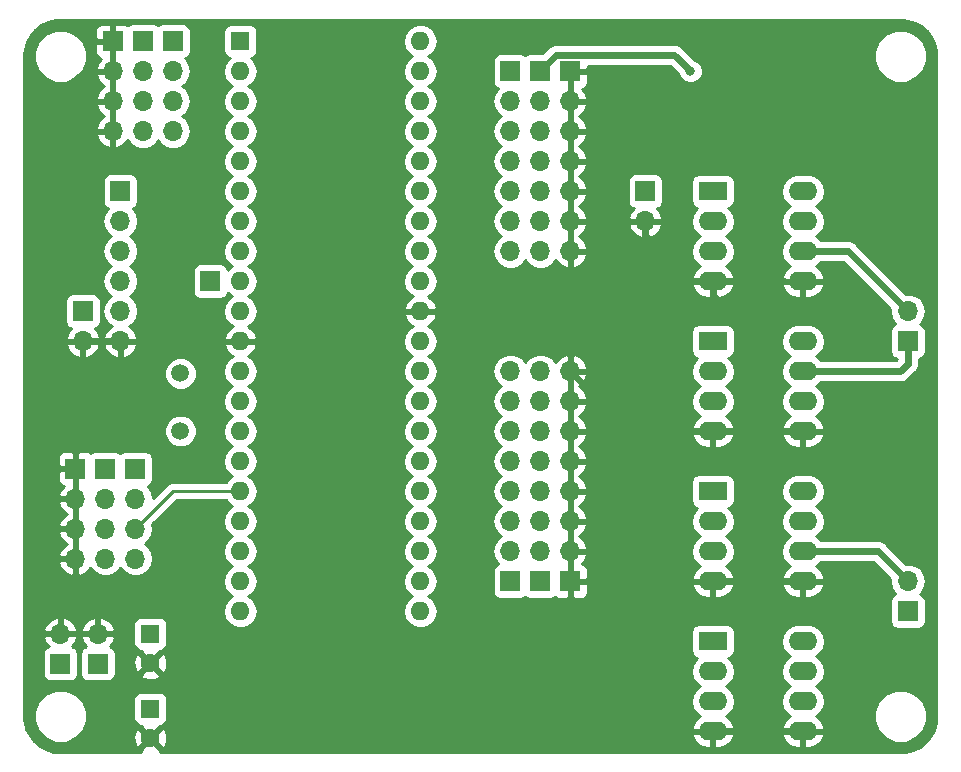
<source format=gbl>
G04 #@! TF.GenerationSoftware,KiCad,Pcbnew,5.0.1-33cea8e~68~ubuntu18.04.1*
G04 #@! TF.CreationDate,2018-11-07T10:33:54+01:00*
G04 #@! TF.ProjectId,microcontrollerBoard,6D6963726F636F6E74726F6C6C657242,rev?*
G04 #@! TF.SameCoordinates,Original*
G04 #@! TF.FileFunction,Copper,L2,Bot,Signal*
G04 #@! TF.FilePolarity,Positive*
%FSLAX46Y46*%
G04 Gerber Fmt 4.6, Leading zero omitted, Abs format (unit mm)*
G04 Created by KiCad (PCBNEW 5.0.1-33cea8e~68~ubuntu18.04.1) date mié 07 nov 2018 10:33:54 CET*
%MOMM*%
%LPD*%
G01*
G04 APERTURE LIST*
G04 #@! TA.AperFunction,ComponentPad*
%ADD10R,2.400000X1.600000*%
G04 #@! TD*
G04 #@! TA.AperFunction,ComponentPad*
%ADD11O,2.400000X1.600000*%
G04 #@! TD*
G04 #@! TA.AperFunction,ComponentPad*
%ADD12R,1.700000X1.700000*%
G04 #@! TD*
G04 #@! TA.AperFunction,ComponentPad*
%ADD13O,1.700000X1.700000*%
G04 #@! TD*
G04 #@! TA.AperFunction,ComponentPad*
%ADD14R,1.600000X1.600000*%
G04 #@! TD*
G04 #@! TA.AperFunction,ComponentPad*
%ADD15O,1.600000X1.600000*%
G04 #@! TD*
G04 #@! TA.AperFunction,ComponentPad*
%ADD16C,1.500000*%
G04 #@! TD*
G04 #@! TA.AperFunction,ComponentPad*
%ADD17C,1.600000*%
G04 #@! TD*
G04 #@! TA.AperFunction,ViaPad*
%ADD18C,0.800000*%
G04 #@! TD*
G04 #@! TA.AperFunction,Conductor*
%ADD19C,0.600000*%
G04 #@! TD*
G04 #@! TA.AperFunction,Conductor*
%ADD20C,0.250000*%
G04 #@! TD*
G04 #@! TA.AperFunction,Conductor*
%ADD21C,0.254000*%
G04 #@! TD*
G04 APERTURE END LIST*
D10*
G04 #@! TO.P,U4,1*
G04 #@! TO.N,+BATT*
X133985000Y-78740000D03*
D11*
G04 #@! TO.P,U4,5*
G04 #@! TO.N,GND*
X141605000Y-86360000D03*
G04 #@! TO.P,U4,2*
G04 #@! TO.N,MOTOR2A*
X133985000Y-81280000D03*
G04 #@! TO.P,U4,6*
G04 #@! TO.N,Net-(D5-Pad2)*
X141605000Y-83820000D03*
G04 #@! TO.P,U4,3*
G04 #@! TO.N,Net-(U4-Pad3)*
X133985000Y-83820000D03*
G04 #@! TO.P,U4,7*
G04 #@! TO.N,Net-(D5-Pad2)*
X141605000Y-81280000D03*
G04 #@! TO.P,U4,4*
G04 #@! TO.N,GND*
X133985000Y-86360000D03*
G04 #@! TO.P,U4,8*
G04 #@! TO.N,+BATT*
X141605000Y-78740000D03*
G04 #@! TD*
D12*
G04 #@! TO.P,J1,1*
G04 #@! TO.N,MOSI*
X83820000Y-66040000D03*
D13*
G04 #@! TO.P,J1,2*
G04 #@! TO.N,Net-(J1-Pad2)*
X83820000Y-68580000D03*
G04 #@! TO.P,J1,3*
G04 #@! TO.N,SCK*
X83820000Y-71120000D03*
G04 #@! TO.P,J1,4*
G04 #@! TO.N,RESET*
X83820000Y-73660000D03*
G04 #@! TO.P,J1,5*
G04 #@! TO.N,+5V*
X83820000Y-76200000D03*
G04 #@! TO.P,J1,6*
G04 #@! TO.N,GND*
X83820000Y-78740000D03*
G04 #@! TD*
G04 #@! TO.P,J2,2*
G04 #@! TO.N,GND*
X80645000Y-78740000D03*
D12*
G04 #@! TO.P,J2,1*
G04 #@! TO.N,+5V*
X80645000Y-76200000D03*
G04 #@! TD*
G04 #@! TO.P,J4,1*
G04 #@! TO.N,Net-(J4-Pad1)*
X88265000Y-53340000D03*
D13*
G04 #@! TO.P,J4,2*
G04 #@! TO.N,Net-(J4-Pad2)*
X88265000Y-55880000D03*
G04 #@! TO.P,J4,3*
G04 #@! TO.N,Net-(J4-Pad3)*
X88265000Y-58420000D03*
G04 #@! TO.P,J4,4*
G04 #@! TO.N,Net-(J4-Pad4)*
X88265000Y-60960000D03*
G04 #@! TD*
G04 #@! TO.P,J9,4*
G04 #@! TO.N,+5V*
X85725000Y-60960000D03*
G04 #@! TO.P,J9,3*
X85725000Y-58420000D03*
G04 #@! TO.P,J9,2*
X85725000Y-55880000D03*
D12*
G04 #@! TO.P,J9,1*
X85725000Y-53340000D03*
G04 #@! TD*
G04 #@! TO.P,J14,1*
G04 #@! TO.N,GND*
X83185000Y-53340000D03*
D13*
G04 #@! TO.P,J14,2*
X83185000Y-55880000D03*
G04 #@! TO.P,J14,3*
X83185000Y-58420000D03*
G04 #@! TO.P,J14,4*
X83185000Y-60960000D03*
G04 #@! TD*
G04 #@! TO.P,J18,4*
G04 #@! TO.N,TX2*
X85090000Y-97155000D03*
G04 #@! TO.P,J18,3*
G04 #@! TO.N,RX2*
X85090000Y-94615000D03*
G04 #@! TO.P,J18,2*
G04 #@! TO.N,TX1*
X85090000Y-92075000D03*
D12*
G04 #@! TO.P,J18,1*
G04 #@! TO.N,RX1*
X85090000Y-89535000D03*
G04 #@! TD*
G04 #@! TO.P,J19,1*
G04 #@! TO.N,+5V*
X82550000Y-89535000D03*
D13*
G04 #@! TO.P,J19,2*
X82550000Y-92075000D03*
G04 #@! TO.P,J19,3*
X82550000Y-94615000D03*
G04 #@! TO.P,J19,4*
X82550000Y-97155000D03*
G04 #@! TD*
G04 #@! TO.P,J20,4*
G04 #@! TO.N,GND*
X80010000Y-97155000D03*
G04 #@! TO.P,J20,3*
X80010000Y-94615000D03*
G04 #@! TO.P,J20,2*
X80010000Y-92075000D03*
D12*
G04 #@! TO.P,J20,1*
X80010000Y-89535000D03*
G04 #@! TD*
G04 #@! TO.P,J21,1*
G04 #@! TO.N,+BATT*
X128270000Y-66040000D03*
D13*
G04 #@! TO.P,J21,2*
G04 #@! TO.N,GND*
X128270000Y-68580000D03*
G04 #@! TD*
D12*
G04 #@! TO.P,J22,1*
G04 #@! TO.N,Net-(D5-Pad2)*
X150495000Y-78740000D03*
D13*
G04 #@! TO.P,J22,2*
G04 #@! TO.N,Net-(D6-Pad2)*
X150495000Y-76200000D03*
G04 #@! TD*
G04 #@! TO.P,J23,2*
G04 #@! TO.N,Net-(D4-Pad2)*
X150495000Y-99060000D03*
D12*
G04 #@! TO.P,J23,1*
G04 #@! TO.N,Net-(D3-Pad2)*
X150495000Y-101600000D03*
G04 #@! TD*
D14*
G04 #@! TO.P,U1,1*
G04 #@! TO.N,STATUS_LED*
X93980000Y-53340000D03*
D15*
G04 #@! TO.P,U1,21*
G04 #@! TO.N,MOTOR2B*
X109220000Y-101600000D03*
G04 #@! TO.P,U1,2*
G04 #@! TO.N,Net-(J4-Pad1)*
X93980000Y-55880000D03*
G04 #@! TO.P,U1,22*
G04 #@! TO.N,Net-(J5-Pad1)*
X109220000Y-99060000D03*
G04 #@! TO.P,U1,3*
G04 #@! TO.N,Net-(J4-Pad2)*
X93980000Y-58420000D03*
G04 #@! TO.P,U1,23*
G04 #@! TO.N,Net-(J5-Pad2)*
X109220000Y-96520000D03*
G04 #@! TO.P,U1,4*
G04 #@! TO.N,Net-(J4-Pad3)*
X93980000Y-60960000D03*
G04 #@! TO.P,U1,24*
G04 #@! TO.N,Net-(J5-Pad3)*
X109220000Y-93980000D03*
G04 #@! TO.P,U1,5*
G04 #@! TO.N,Net-(J4-Pad4)*
X93980000Y-63500000D03*
G04 #@! TO.P,U1,25*
G04 #@! TO.N,Net-(J5-Pad4)*
X109220000Y-91440000D03*
G04 #@! TO.P,U1,6*
G04 #@! TO.N,MOSI*
X93980000Y-66040000D03*
G04 #@! TO.P,U1,26*
G04 #@! TO.N,Net-(J5-Pad5)*
X109220000Y-88900000D03*
G04 #@! TO.P,U1,7*
G04 #@! TO.N,MISO*
X93980000Y-68580000D03*
G04 #@! TO.P,U1,27*
G04 #@! TO.N,Net-(J5-Pad6)*
X109220000Y-86360000D03*
G04 #@! TO.P,U1,8*
G04 #@! TO.N,SCK*
X93980000Y-71120000D03*
G04 #@! TO.P,U1,28*
G04 #@! TO.N,Net-(J5-Pad7)*
X109220000Y-83820000D03*
G04 #@! TO.P,U1,9*
G04 #@! TO.N,RESET*
X93980000Y-73660000D03*
G04 #@! TO.P,U1,29*
G04 #@! TO.N,Net-(J5-Pad8)*
X109220000Y-81280000D03*
G04 #@! TO.P,U1,10*
G04 #@! TO.N,+5V*
X93980000Y-76200000D03*
G04 #@! TO.P,U1,30*
X109220000Y-78740000D03*
G04 #@! TO.P,U1,11*
G04 #@! TO.N,GND*
X93980000Y-78740000D03*
G04 #@! TO.P,U1,31*
X109220000Y-76200000D03*
G04 #@! TO.P,U1,12*
G04 #@! TO.N,Net-(C2-Pad1)*
X93980000Y-81280000D03*
G04 #@! TO.P,U1,32*
G04 #@! TO.N,Net-(U1-Pad32)*
X109220000Y-73660000D03*
G04 #@! TO.P,U1,13*
G04 #@! TO.N,Net-(C1-Pad1)*
X93980000Y-83820000D03*
G04 #@! TO.P,U1,33*
G04 #@! TO.N,Net-(J3-Pad7)*
X109220000Y-71120000D03*
G04 #@! TO.P,U1,14*
G04 #@! TO.N,RX1*
X93980000Y-86360000D03*
G04 #@! TO.P,U1,34*
G04 #@! TO.N,Net-(J3-Pad6)*
X109220000Y-68580000D03*
G04 #@! TO.P,U1,15*
G04 #@! TO.N,TX1_INT*
X93980000Y-88900000D03*
G04 #@! TO.P,U1,35*
G04 #@! TO.N,Net-(J3-Pad5)*
X109220000Y-66040000D03*
G04 #@! TO.P,U1,16*
G04 #@! TO.N,RX2*
X93980000Y-91440000D03*
G04 #@! TO.P,U1,36*
G04 #@! TO.N,Net-(J3-Pad4)*
X109220000Y-63500000D03*
G04 #@! TO.P,U1,17*
G04 #@! TO.N,TX2_INT*
X93980000Y-93980000D03*
G04 #@! TO.P,U1,37*
G04 #@! TO.N,Net-(J3-Pad3)*
X109220000Y-60960000D03*
G04 #@! TO.P,U1,18*
G04 #@! TO.N,MOTOR2A*
X93980000Y-96520000D03*
G04 #@! TO.P,U1,38*
G04 #@! TO.N,Net-(J3-Pad2)*
X109220000Y-58420000D03*
G04 #@! TO.P,U1,19*
G04 #@! TO.N,MOTOR1B*
X93980000Y-99060000D03*
G04 #@! TO.P,U1,39*
G04 #@! TO.N,Net-(J3-Pad1)*
X109220000Y-55880000D03*
G04 #@! TO.P,U1,20*
G04 #@! TO.N,MOTOR1A*
X93980000Y-101600000D03*
G04 #@! TO.P,U1,40*
G04 #@! TO.N,V_IN*
X109220000Y-53340000D03*
G04 #@! TD*
D16*
G04 #@! TO.P,Y1,1*
G04 #@! TO.N,Net-(C1-Pad1)*
X88900000Y-86360000D03*
G04 #@! TO.P,Y1,2*
G04 #@! TO.N,Net-(C2-Pad1)*
X88900000Y-81480000D03*
G04 #@! TD*
D12*
G04 #@! TO.P,J5,1*
G04 #@! TO.N,Net-(J5-Pad1)*
X116840000Y-99060000D03*
D13*
G04 #@! TO.P,J5,2*
G04 #@! TO.N,Net-(J5-Pad2)*
X116840000Y-96520000D03*
G04 #@! TO.P,J5,3*
G04 #@! TO.N,Net-(J5-Pad3)*
X116840000Y-93980000D03*
G04 #@! TO.P,J5,4*
G04 #@! TO.N,Net-(J5-Pad4)*
X116840000Y-91440000D03*
G04 #@! TO.P,J5,5*
G04 #@! TO.N,Net-(J5-Pad5)*
X116840000Y-88900000D03*
G04 #@! TO.P,J5,6*
G04 #@! TO.N,Net-(J5-Pad6)*
X116840000Y-86360000D03*
G04 #@! TO.P,J5,7*
G04 #@! TO.N,Net-(J5-Pad7)*
X116840000Y-83820000D03*
G04 #@! TO.P,J5,8*
G04 #@! TO.N,Net-(J5-Pad8)*
X116840000Y-81280000D03*
G04 #@! TD*
D12*
G04 #@! TO.P,J10,1*
G04 #@! TO.N,+5V*
X119380000Y-99060000D03*
D13*
G04 #@! TO.P,J10,2*
X119380000Y-96520000D03*
G04 #@! TO.P,J10,3*
X119380000Y-93980000D03*
G04 #@! TO.P,J10,4*
X119380000Y-91440000D03*
G04 #@! TO.P,J10,5*
X119380000Y-88900000D03*
G04 #@! TO.P,J10,6*
X119380000Y-86360000D03*
G04 #@! TO.P,J10,7*
X119380000Y-83820000D03*
G04 #@! TO.P,J10,8*
X119380000Y-81280000D03*
G04 #@! TD*
G04 #@! TO.P,J15,8*
G04 #@! TO.N,GND*
X121920000Y-81280000D03*
G04 #@! TO.P,J15,7*
X121920000Y-83820000D03*
G04 #@! TO.P,J15,6*
X121920000Y-86360000D03*
G04 #@! TO.P,J15,5*
X121920000Y-88900000D03*
G04 #@! TO.P,J15,4*
X121920000Y-91440000D03*
G04 #@! TO.P,J15,3*
X121920000Y-93980000D03*
G04 #@! TO.P,J15,2*
X121920000Y-96520000D03*
D12*
G04 #@! TO.P,J15,1*
X121920000Y-99060000D03*
G04 #@! TD*
D10*
G04 #@! TO.P,U2,1*
G04 #@! TO.N,+BATT*
X133985000Y-104140000D03*
D11*
G04 #@! TO.P,U2,5*
G04 #@! TO.N,GND*
X141605000Y-111760000D03*
G04 #@! TO.P,U2,2*
G04 #@! TO.N,MOTOR1A*
X133985000Y-106680000D03*
G04 #@! TO.P,U2,6*
G04 #@! TO.N,Net-(D3-Pad2)*
X141605000Y-109220000D03*
G04 #@! TO.P,U2,3*
G04 #@! TO.N,Net-(U2-Pad3)*
X133985000Y-109220000D03*
G04 #@! TO.P,U2,7*
G04 #@! TO.N,Net-(D3-Pad2)*
X141605000Y-106680000D03*
G04 #@! TO.P,U2,4*
G04 #@! TO.N,GND*
X133985000Y-111760000D03*
G04 #@! TO.P,U2,8*
G04 #@! TO.N,+BATT*
X141605000Y-104140000D03*
G04 #@! TD*
G04 #@! TO.P,U3,8*
G04 #@! TO.N,+BATT*
X141605000Y-91440000D03*
G04 #@! TO.P,U3,4*
G04 #@! TO.N,GND*
X133985000Y-99060000D03*
G04 #@! TO.P,U3,7*
G04 #@! TO.N,Net-(D4-Pad2)*
X141605000Y-93980000D03*
G04 #@! TO.P,U3,3*
G04 #@! TO.N,Net-(U3-Pad3)*
X133985000Y-96520000D03*
G04 #@! TO.P,U3,6*
G04 #@! TO.N,Net-(D4-Pad2)*
X141605000Y-96520000D03*
G04 #@! TO.P,U3,2*
G04 #@! TO.N,MOTOR1B*
X133985000Y-93980000D03*
G04 #@! TO.P,U3,5*
G04 #@! TO.N,GND*
X141605000Y-99060000D03*
D10*
G04 #@! TO.P,U3,1*
G04 #@! TO.N,+BATT*
X133985000Y-91440000D03*
G04 #@! TD*
D11*
G04 #@! TO.P,U5,8*
G04 #@! TO.N,+BATT*
X141605000Y-66040000D03*
G04 #@! TO.P,U5,4*
G04 #@! TO.N,GND*
X133985000Y-73660000D03*
G04 #@! TO.P,U5,7*
G04 #@! TO.N,Net-(D6-Pad2)*
X141605000Y-68580000D03*
G04 #@! TO.P,U5,3*
G04 #@! TO.N,Net-(U5-Pad3)*
X133985000Y-71120000D03*
G04 #@! TO.P,U5,6*
G04 #@! TO.N,Net-(D6-Pad2)*
X141605000Y-71120000D03*
G04 #@! TO.P,U5,2*
G04 #@! TO.N,MOTOR2B*
X133985000Y-68580000D03*
G04 #@! TO.P,U5,5*
G04 #@! TO.N,GND*
X141605000Y-73660000D03*
D10*
G04 #@! TO.P,U5,1*
G04 #@! TO.N,+BATT*
X133985000Y-66040000D03*
G04 #@! TD*
D14*
G04 #@! TO.P,C4,1*
G04 #@! TO.N,+5V*
X86360000Y-103505000D03*
D17*
G04 #@! TO.P,C4,2*
G04 #@! TO.N,GND*
X86360000Y-106005000D03*
G04 #@! TD*
D12*
G04 #@! TO.P,J6,1*
G04 #@! TO.N,Net-(C6-Pad1)*
X81915000Y-106045000D03*
D13*
G04 #@! TO.P,J6,2*
G04 #@! TO.N,GND*
X81915000Y-103505000D03*
G04 #@! TD*
G04 #@! TO.P,J7,2*
G04 #@! TO.N,GND*
X78740000Y-103505000D03*
D12*
G04 #@! TO.P,J7,1*
G04 #@! TO.N,Net-(C6-Pad1)*
X78740000Y-106045000D03*
G04 #@! TD*
D14*
G04 #@! TO.P,C7,1*
G04 #@! TO.N,Net-(C6-Pad1)*
X86360000Y-109855000D03*
D17*
G04 #@! TO.P,C7,2*
G04 #@! TO.N,GND*
X86360000Y-112355000D03*
G04 #@! TD*
D12*
G04 #@! TO.P,J11,1*
G04 #@! TO.N,RESET*
X91440000Y-73660000D03*
G04 #@! TD*
G04 #@! TO.P,J3,1*
G04 #@! TO.N,Net-(J3-Pad1)*
X116840000Y-55880000D03*
D13*
G04 #@! TO.P,J3,2*
G04 #@! TO.N,Net-(J3-Pad2)*
X116840000Y-58420000D03*
G04 #@! TO.P,J3,3*
G04 #@! TO.N,Net-(J3-Pad3)*
X116840000Y-60960000D03*
G04 #@! TO.P,J3,4*
G04 #@! TO.N,Net-(J3-Pad4)*
X116840000Y-63500000D03*
G04 #@! TO.P,J3,5*
G04 #@! TO.N,Net-(J3-Pad5)*
X116840000Y-66040000D03*
G04 #@! TO.P,J3,6*
G04 #@! TO.N,Net-(J3-Pad6)*
X116840000Y-68580000D03*
G04 #@! TO.P,J3,7*
G04 #@! TO.N,Net-(J3-Pad7)*
X116840000Y-71120000D03*
G04 #@! TD*
G04 #@! TO.P,J8,7*
G04 #@! TO.N,+5V*
X119380000Y-71120000D03*
G04 #@! TO.P,J8,6*
X119380000Y-68580000D03*
G04 #@! TO.P,J8,5*
X119380000Y-66040000D03*
G04 #@! TO.P,J8,4*
X119380000Y-63500000D03*
G04 #@! TO.P,J8,3*
X119380000Y-60960000D03*
G04 #@! TO.P,J8,2*
X119380000Y-58420000D03*
D12*
G04 #@! TO.P,J8,1*
X119380000Y-55880000D03*
G04 #@! TD*
G04 #@! TO.P,J13,1*
G04 #@! TO.N,GND*
X121920000Y-55880000D03*
D13*
G04 #@! TO.P,J13,2*
X121920000Y-58420000D03*
G04 #@! TO.P,J13,3*
X121920000Y-60960000D03*
G04 #@! TO.P,J13,4*
X121920000Y-63500000D03*
G04 #@! TO.P,J13,5*
X121920000Y-66040000D03*
G04 #@! TO.P,J13,6*
X121920000Y-68580000D03*
G04 #@! TO.P,J13,7*
X121920000Y-71120000D03*
G04 #@! TD*
D18*
G04 #@! TO.N,GND*
X99060000Y-78994000D03*
X87376000Y-94615000D03*
X87376000Y-99695000D03*
X79756000Y-82550000D03*
X79756000Y-85090000D03*
X99695000Y-70485000D03*
X89281000Y-106299000D03*
X89281000Y-108077000D03*
X97409000Y-104775000D03*
X98425000Y-104775000D03*
X132969000Y-60325000D03*
X114681000Y-52324000D03*
X88265000Y-67310000D03*
G04 #@! TO.N,+5V*
X132080000Y-55880000D03*
G04 #@! TD*
D19*
G04 #@! TO.N,GND*
X83820000Y-78740000D02*
X80645000Y-78740000D01*
X141605000Y-111760000D02*
X133985000Y-111760000D01*
X141605000Y-99060000D02*
X133985000Y-99060000D01*
X141605000Y-86360000D02*
X133985000Y-86360000D01*
X140005000Y-73660000D02*
X133985000Y-73660000D01*
X133985000Y-111760000D02*
X136525000Y-111760000D01*
X136525000Y-111760000D02*
X137795000Y-110490000D01*
X133985000Y-74860000D02*
X133985000Y-73660000D01*
X137795000Y-78670000D02*
X133985000Y-74860000D01*
X133985000Y-99060000D02*
X135585000Y-99060000D01*
X137795000Y-110490000D02*
X137795000Y-99060000D01*
X135585000Y-99060000D02*
X137795000Y-99060000D01*
X133985000Y-86360000D02*
X137795000Y-86360000D01*
X137795000Y-99060000D02*
X137795000Y-86360000D01*
X137795000Y-86360000D02*
X137795000Y-78670000D01*
X127000000Y-86360000D02*
X133985000Y-86360000D01*
X121920000Y-81280000D02*
X127000000Y-86360000D01*
X132385000Y-73660000D02*
X133985000Y-73660000D01*
X132147919Y-73660000D02*
X132385000Y-73660000D01*
X128270000Y-69782081D02*
X132147919Y-73660000D01*
X128270000Y-68580000D02*
X128270000Y-69782081D01*
G04 #@! TO.N,+5V*
X131680001Y-55480001D02*
X132080000Y-55880000D01*
X120730001Y-54529999D02*
X130729999Y-54529999D01*
X130729999Y-54529999D02*
X131680001Y-55480001D01*
X119380000Y-55880000D02*
X120730001Y-54529999D01*
G04 #@! TO.N,Net-(D4-Pad2)*
X147955000Y-96520000D02*
X150495000Y-99060000D01*
X141605000Y-96520000D02*
X147955000Y-96520000D01*
G04 #@! TO.N,Net-(D5-Pad2)*
X150495000Y-80645000D02*
X150495000Y-78740000D01*
X141605000Y-81280000D02*
X149860000Y-81280000D01*
X149860000Y-81280000D02*
X150495000Y-80645000D01*
G04 #@! TO.N,Net-(D6-Pad2)*
X145415000Y-71120000D02*
X150495000Y-76200000D01*
X141605000Y-71120000D02*
X145415000Y-71120000D01*
D20*
G04 #@! TO.N,RX2*
X88265000Y-91440000D02*
X93980000Y-91440000D01*
X85090000Y-94615000D02*
X88265000Y-91440000D01*
G04 #@! TD*
D21*
G04 #@! TO.N,GND*
G36*
X150477551Y-51601510D02*
X151069883Y-51787135D01*
X151612787Y-52088073D01*
X152084090Y-52492028D01*
X152464540Y-52982503D01*
X152738598Y-53539461D01*
X152897348Y-54148914D01*
X152908000Y-54287347D01*
X152908000Y-110718581D01*
X152868490Y-111107551D01*
X152682864Y-111699885D01*
X152381927Y-112242787D01*
X151977972Y-112714090D01*
X151487500Y-113094539D01*
X150930539Y-113368598D01*
X150321086Y-113527348D01*
X150182653Y-113538000D01*
X87135350Y-113538000D01*
X87188139Y-113362745D01*
X86360000Y-112534605D01*
X85531861Y-113362745D01*
X85584650Y-113538000D01*
X78511419Y-113538000D01*
X78122449Y-113498490D01*
X77530115Y-113312864D01*
X76987213Y-113011927D01*
X76515910Y-112607972D01*
X76135461Y-112117500D01*
X75861402Y-111560539D01*
X75702652Y-110951086D01*
X75692000Y-110812653D01*
X75692000Y-110045431D01*
X76505000Y-110045431D01*
X76505000Y-110934569D01*
X76845259Y-111756026D01*
X77473974Y-112384741D01*
X78295431Y-112725000D01*
X79184569Y-112725000D01*
X80006026Y-112384741D01*
X80252544Y-112138223D01*
X84913035Y-112138223D01*
X84940222Y-112708454D01*
X85106136Y-113109005D01*
X85352255Y-113183139D01*
X86180395Y-112355000D01*
X86539605Y-112355000D01*
X87367745Y-113183139D01*
X87613864Y-113109005D01*
X87806965Y-112571777D01*
X87784903Y-112109039D01*
X132193096Y-112109039D01*
X132210633Y-112191819D01*
X132480500Y-112684896D01*
X132918517Y-113037166D01*
X133458000Y-113195000D01*
X133858000Y-113195000D01*
X133858000Y-111887000D01*
X134112000Y-111887000D01*
X134112000Y-113195000D01*
X134512000Y-113195000D01*
X135051483Y-113037166D01*
X135489500Y-112684896D01*
X135759367Y-112191819D01*
X135776904Y-112109039D01*
X139813096Y-112109039D01*
X139830633Y-112191819D01*
X140100500Y-112684896D01*
X140538517Y-113037166D01*
X141078000Y-113195000D01*
X141478000Y-113195000D01*
X141478000Y-111887000D01*
X141732000Y-111887000D01*
X141732000Y-113195000D01*
X142132000Y-113195000D01*
X142671483Y-113037166D01*
X143109500Y-112684896D01*
X143379367Y-112191819D01*
X143396904Y-112109039D01*
X143274915Y-111887000D01*
X141732000Y-111887000D01*
X141478000Y-111887000D01*
X139935085Y-111887000D01*
X139813096Y-112109039D01*
X135776904Y-112109039D01*
X135654915Y-111887000D01*
X134112000Y-111887000D01*
X133858000Y-111887000D01*
X132315085Y-111887000D01*
X132193096Y-112109039D01*
X87784903Y-112109039D01*
X87779778Y-112001546D01*
X87613864Y-111600995D01*
X87367745Y-111526861D01*
X86539605Y-112355000D01*
X86180395Y-112355000D01*
X85352255Y-111526861D01*
X85106136Y-111600995D01*
X84913035Y-112138223D01*
X80252544Y-112138223D01*
X80634741Y-111756026D01*
X80975000Y-110934569D01*
X80975000Y-110045431D01*
X80634741Y-109223974D01*
X80465767Y-109055000D01*
X84912560Y-109055000D01*
X84912560Y-110655000D01*
X84961843Y-110902765D01*
X85102191Y-111112809D01*
X85312235Y-111253157D01*
X85546187Y-111299693D01*
X85531861Y-111347255D01*
X86360000Y-112175395D01*
X87188139Y-111347255D01*
X87173813Y-111299693D01*
X87407765Y-111253157D01*
X87617809Y-111112809D01*
X87758157Y-110902765D01*
X87807440Y-110655000D01*
X87807440Y-109055000D01*
X87758157Y-108807235D01*
X87617809Y-108597191D01*
X87407765Y-108456843D01*
X87160000Y-108407560D01*
X85560000Y-108407560D01*
X85312235Y-108456843D01*
X85102191Y-108597191D01*
X84961843Y-108807235D01*
X84912560Y-109055000D01*
X80465767Y-109055000D01*
X80006026Y-108595259D01*
X79184569Y-108255000D01*
X78295431Y-108255000D01*
X77473974Y-108595259D01*
X76845259Y-109223974D01*
X76505000Y-110045431D01*
X75692000Y-110045431D01*
X75692000Y-105195000D01*
X77242560Y-105195000D01*
X77242560Y-106895000D01*
X77291843Y-107142765D01*
X77432191Y-107352809D01*
X77642235Y-107493157D01*
X77890000Y-107542440D01*
X79590000Y-107542440D01*
X79837765Y-107493157D01*
X80047809Y-107352809D01*
X80188157Y-107142765D01*
X80237440Y-106895000D01*
X80237440Y-105195000D01*
X80417560Y-105195000D01*
X80417560Y-106895000D01*
X80466843Y-107142765D01*
X80607191Y-107352809D01*
X80817235Y-107493157D01*
X81065000Y-107542440D01*
X82765000Y-107542440D01*
X83012765Y-107493157D01*
X83222809Y-107352809D01*
X83363157Y-107142765D01*
X83389019Y-107012745D01*
X85531861Y-107012745D01*
X85605995Y-107258864D01*
X86143223Y-107451965D01*
X86713454Y-107424778D01*
X87114005Y-107258864D01*
X87188139Y-107012745D01*
X86360000Y-106184605D01*
X85531861Y-107012745D01*
X83389019Y-107012745D01*
X83412440Y-106895000D01*
X83412440Y-105788223D01*
X84913035Y-105788223D01*
X84940222Y-106358454D01*
X85106136Y-106759005D01*
X85352255Y-106833139D01*
X86180395Y-106005000D01*
X86539605Y-106005000D01*
X87367745Y-106833139D01*
X87613864Y-106759005D01*
X87642261Y-106680000D01*
X132121887Y-106680000D01*
X132233260Y-107239909D01*
X132550423Y-107714577D01*
X132902758Y-107950000D01*
X132550423Y-108185423D01*
X132233260Y-108660091D01*
X132121887Y-109220000D01*
X132233260Y-109779909D01*
X132550423Y-110254577D01*
X132906499Y-110492499D01*
X132480500Y-110835104D01*
X132210633Y-111328181D01*
X132193096Y-111410961D01*
X132315085Y-111633000D01*
X133858000Y-111633000D01*
X133858000Y-111613000D01*
X134112000Y-111613000D01*
X134112000Y-111633000D01*
X135654915Y-111633000D01*
X135776904Y-111410961D01*
X135759367Y-111328181D01*
X135489500Y-110835104D01*
X135063501Y-110492499D01*
X135419577Y-110254577D01*
X135736740Y-109779909D01*
X135848113Y-109220000D01*
X135736740Y-108660091D01*
X135419577Y-108185423D01*
X135067242Y-107950000D01*
X135419577Y-107714577D01*
X135736740Y-107239909D01*
X135848113Y-106680000D01*
X135736740Y-106120091D01*
X135419577Y-105645423D01*
X135298894Y-105564785D01*
X135432765Y-105538157D01*
X135642809Y-105397809D01*
X135783157Y-105187765D01*
X135832440Y-104940000D01*
X135832440Y-104140000D01*
X139741887Y-104140000D01*
X139853260Y-104699909D01*
X140170423Y-105174577D01*
X140522758Y-105410000D01*
X140170423Y-105645423D01*
X139853260Y-106120091D01*
X139741887Y-106680000D01*
X139853260Y-107239909D01*
X140170423Y-107714577D01*
X140522758Y-107950000D01*
X140170423Y-108185423D01*
X139853260Y-108660091D01*
X139741887Y-109220000D01*
X139853260Y-109779909D01*
X140170423Y-110254577D01*
X140526499Y-110492499D01*
X140100500Y-110835104D01*
X139830633Y-111328181D01*
X139813096Y-111410961D01*
X139935085Y-111633000D01*
X141478000Y-111633000D01*
X141478000Y-111613000D01*
X141732000Y-111613000D01*
X141732000Y-111633000D01*
X143274915Y-111633000D01*
X143396904Y-111410961D01*
X143379367Y-111328181D01*
X143109500Y-110835104D01*
X142683501Y-110492499D01*
X143039577Y-110254577D01*
X143179323Y-110045431D01*
X147625000Y-110045431D01*
X147625000Y-110934569D01*
X147965259Y-111756026D01*
X148593974Y-112384741D01*
X149415431Y-112725000D01*
X150304569Y-112725000D01*
X151126026Y-112384741D01*
X151754741Y-111756026D01*
X152095000Y-110934569D01*
X152095000Y-110045431D01*
X151754741Y-109223974D01*
X151126026Y-108595259D01*
X150304569Y-108255000D01*
X149415431Y-108255000D01*
X148593974Y-108595259D01*
X147965259Y-109223974D01*
X147625000Y-110045431D01*
X143179323Y-110045431D01*
X143356740Y-109779909D01*
X143468113Y-109220000D01*
X143356740Y-108660091D01*
X143039577Y-108185423D01*
X142687242Y-107950000D01*
X143039577Y-107714577D01*
X143356740Y-107239909D01*
X143468113Y-106680000D01*
X143356740Y-106120091D01*
X143039577Y-105645423D01*
X142687242Y-105410000D01*
X143039577Y-105174577D01*
X143356740Y-104699909D01*
X143468113Y-104140000D01*
X143356740Y-103580091D01*
X143039577Y-103105423D01*
X142564909Y-102788260D01*
X142146333Y-102705000D01*
X141063667Y-102705000D01*
X140645091Y-102788260D01*
X140170423Y-103105423D01*
X139853260Y-103580091D01*
X139741887Y-104140000D01*
X135832440Y-104140000D01*
X135832440Y-103340000D01*
X135783157Y-103092235D01*
X135642809Y-102882191D01*
X135432765Y-102741843D01*
X135185000Y-102692560D01*
X132785000Y-102692560D01*
X132537235Y-102741843D01*
X132327191Y-102882191D01*
X132186843Y-103092235D01*
X132137560Y-103340000D01*
X132137560Y-104940000D01*
X132186843Y-105187765D01*
X132327191Y-105397809D01*
X132537235Y-105538157D01*
X132671106Y-105564785D01*
X132550423Y-105645423D01*
X132233260Y-106120091D01*
X132121887Y-106680000D01*
X87642261Y-106680000D01*
X87806965Y-106221777D01*
X87779778Y-105651546D01*
X87613864Y-105250995D01*
X87367745Y-105176861D01*
X86539605Y-106005000D01*
X86180395Y-106005000D01*
X85352255Y-105176861D01*
X85106136Y-105250995D01*
X84913035Y-105788223D01*
X83412440Y-105788223D01*
X83412440Y-105195000D01*
X83363157Y-104947235D01*
X83222809Y-104737191D01*
X83012765Y-104596843D01*
X82909292Y-104576261D01*
X83186645Y-104271924D01*
X83356476Y-103861890D01*
X83235155Y-103632000D01*
X82042000Y-103632000D01*
X82042000Y-103652000D01*
X81788000Y-103652000D01*
X81788000Y-103632000D01*
X80594845Y-103632000D01*
X80473524Y-103861890D01*
X80643355Y-104271924D01*
X80920708Y-104576261D01*
X80817235Y-104596843D01*
X80607191Y-104737191D01*
X80466843Y-104947235D01*
X80417560Y-105195000D01*
X80237440Y-105195000D01*
X80188157Y-104947235D01*
X80047809Y-104737191D01*
X79837765Y-104596843D01*
X79734292Y-104576261D01*
X80011645Y-104271924D01*
X80181476Y-103861890D01*
X80060155Y-103632000D01*
X78867000Y-103632000D01*
X78867000Y-103652000D01*
X78613000Y-103652000D01*
X78613000Y-103632000D01*
X77419845Y-103632000D01*
X77298524Y-103861890D01*
X77468355Y-104271924D01*
X77745708Y-104576261D01*
X77642235Y-104596843D01*
X77432191Y-104737191D01*
X77291843Y-104947235D01*
X77242560Y-105195000D01*
X75692000Y-105195000D01*
X75692000Y-103148110D01*
X77298524Y-103148110D01*
X77419845Y-103378000D01*
X78613000Y-103378000D01*
X78613000Y-102184181D01*
X78867000Y-102184181D01*
X78867000Y-103378000D01*
X80060155Y-103378000D01*
X80181476Y-103148110D01*
X80473524Y-103148110D01*
X80594845Y-103378000D01*
X81788000Y-103378000D01*
X81788000Y-102184181D01*
X82042000Y-102184181D01*
X82042000Y-103378000D01*
X83235155Y-103378000D01*
X83356476Y-103148110D01*
X83186645Y-102738076D01*
X83156502Y-102705000D01*
X84912560Y-102705000D01*
X84912560Y-104305000D01*
X84961843Y-104552765D01*
X85102191Y-104762809D01*
X85312235Y-104903157D01*
X85546187Y-104949693D01*
X85531861Y-104997255D01*
X86360000Y-105825395D01*
X87188139Y-104997255D01*
X87173813Y-104949693D01*
X87407765Y-104903157D01*
X87617809Y-104762809D01*
X87758157Y-104552765D01*
X87807440Y-104305000D01*
X87807440Y-102705000D01*
X87758157Y-102457235D01*
X87617809Y-102247191D01*
X87407765Y-102106843D01*
X87160000Y-102057560D01*
X85560000Y-102057560D01*
X85312235Y-102106843D01*
X85102191Y-102247191D01*
X84961843Y-102457235D01*
X84912560Y-102705000D01*
X83156502Y-102705000D01*
X82796358Y-102309817D01*
X82271892Y-102063514D01*
X82042000Y-102184181D01*
X81788000Y-102184181D01*
X81558108Y-102063514D01*
X81033642Y-102309817D01*
X80643355Y-102738076D01*
X80473524Y-103148110D01*
X80181476Y-103148110D01*
X80011645Y-102738076D01*
X79621358Y-102309817D01*
X79096892Y-102063514D01*
X78867000Y-102184181D01*
X78613000Y-102184181D01*
X78383108Y-102063514D01*
X77858642Y-102309817D01*
X77468355Y-102738076D01*
X77298524Y-103148110D01*
X75692000Y-103148110D01*
X75692000Y-97511890D01*
X78568524Y-97511890D01*
X78738355Y-97921924D01*
X79128642Y-98350183D01*
X79653108Y-98596486D01*
X79883000Y-98475819D01*
X79883000Y-97282000D01*
X78689845Y-97282000D01*
X78568524Y-97511890D01*
X75692000Y-97511890D01*
X75692000Y-94971890D01*
X78568524Y-94971890D01*
X78738355Y-95381924D01*
X79128642Y-95810183D01*
X79287954Y-95885000D01*
X79128642Y-95959817D01*
X78738355Y-96388076D01*
X78568524Y-96798110D01*
X78689845Y-97028000D01*
X79883000Y-97028000D01*
X79883000Y-94742000D01*
X78689845Y-94742000D01*
X78568524Y-94971890D01*
X75692000Y-94971890D01*
X75692000Y-92431890D01*
X78568524Y-92431890D01*
X78738355Y-92841924D01*
X79128642Y-93270183D01*
X79287954Y-93345000D01*
X79128642Y-93419817D01*
X78738355Y-93848076D01*
X78568524Y-94258110D01*
X78689845Y-94488000D01*
X79883000Y-94488000D01*
X79883000Y-92202000D01*
X78689845Y-92202000D01*
X78568524Y-92431890D01*
X75692000Y-92431890D01*
X75692000Y-89820750D01*
X78525000Y-89820750D01*
X78525000Y-90511310D01*
X78621673Y-90744699D01*
X78800302Y-90923327D01*
X79009878Y-91010136D01*
X78738355Y-91308076D01*
X78568524Y-91718110D01*
X78689845Y-91948000D01*
X79883000Y-91948000D01*
X79883000Y-89662000D01*
X78683750Y-89662000D01*
X78525000Y-89820750D01*
X75692000Y-89820750D01*
X75692000Y-88558690D01*
X78525000Y-88558690D01*
X78525000Y-89249250D01*
X78683750Y-89408000D01*
X79883000Y-89408000D01*
X79883000Y-88208750D01*
X80137000Y-88208750D01*
X80137000Y-89408000D01*
X80157000Y-89408000D01*
X80157000Y-89662000D01*
X80137000Y-89662000D01*
X80137000Y-91948000D01*
X80157000Y-91948000D01*
X80157000Y-92202000D01*
X80137000Y-92202000D01*
X80137000Y-94488000D01*
X80157000Y-94488000D01*
X80157000Y-94742000D01*
X80137000Y-94742000D01*
X80137000Y-97028000D01*
X80157000Y-97028000D01*
X80157000Y-97282000D01*
X80137000Y-97282000D01*
X80137000Y-98475819D01*
X80366892Y-98596486D01*
X80891358Y-98350183D01*
X81278647Y-97925214D01*
X81479375Y-98225625D01*
X81970582Y-98553839D01*
X82403744Y-98640000D01*
X82696256Y-98640000D01*
X83129418Y-98553839D01*
X83620625Y-98225625D01*
X83820000Y-97927239D01*
X84019375Y-98225625D01*
X84510582Y-98553839D01*
X84943744Y-98640000D01*
X85236256Y-98640000D01*
X85669418Y-98553839D01*
X86160625Y-98225625D01*
X86488839Y-97734418D01*
X86604092Y-97155000D01*
X86488839Y-96575582D01*
X86160625Y-96084375D01*
X85862239Y-95885000D01*
X86160625Y-95685625D01*
X86488839Y-95194418D01*
X86604092Y-94615000D01*
X86531209Y-94248592D01*
X88579802Y-92200000D01*
X92761957Y-92200000D01*
X92945423Y-92474577D01*
X93297758Y-92710000D01*
X92945423Y-92945423D01*
X92628260Y-93420091D01*
X92516887Y-93980000D01*
X92628260Y-94539909D01*
X92945423Y-95014577D01*
X93297758Y-95250000D01*
X92945423Y-95485423D01*
X92628260Y-95960091D01*
X92516887Y-96520000D01*
X92628260Y-97079909D01*
X92945423Y-97554577D01*
X93297758Y-97790000D01*
X92945423Y-98025423D01*
X92628260Y-98500091D01*
X92516887Y-99060000D01*
X92628260Y-99619909D01*
X92945423Y-100094577D01*
X93297758Y-100330000D01*
X92945423Y-100565423D01*
X92628260Y-101040091D01*
X92516887Y-101600000D01*
X92628260Y-102159909D01*
X92945423Y-102634577D01*
X93420091Y-102951740D01*
X93838667Y-103035000D01*
X94121333Y-103035000D01*
X94539909Y-102951740D01*
X95014577Y-102634577D01*
X95331740Y-102159909D01*
X95443113Y-101600000D01*
X95331740Y-101040091D01*
X95014577Y-100565423D01*
X94662242Y-100330000D01*
X95014577Y-100094577D01*
X95331740Y-99619909D01*
X95443113Y-99060000D01*
X95331740Y-98500091D01*
X95014577Y-98025423D01*
X94662242Y-97790000D01*
X95014577Y-97554577D01*
X95331740Y-97079909D01*
X95443113Y-96520000D01*
X95331740Y-95960091D01*
X95014577Y-95485423D01*
X94662242Y-95250000D01*
X95014577Y-95014577D01*
X95331740Y-94539909D01*
X95443113Y-93980000D01*
X95331740Y-93420091D01*
X95014577Y-92945423D01*
X94662242Y-92710000D01*
X95014577Y-92474577D01*
X95331740Y-91999909D01*
X95443113Y-91440000D01*
X95331740Y-90880091D01*
X95014577Y-90405423D01*
X94662242Y-90170000D01*
X95014577Y-89934577D01*
X95331740Y-89459909D01*
X95443113Y-88900000D01*
X95331740Y-88340091D01*
X95014577Y-87865423D01*
X94662242Y-87630000D01*
X95014577Y-87394577D01*
X95331740Y-86919909D01*
X95443113Y-86360000D01*
X95331740Y-85800091D01*
X95014577Y-85325423D01*
X94662242Y-85090000D01*
X95014577Y-84854577D01*
X95331740Y-84379909D01*
X95443113Y-83820000D01*
X95331740Y-83260091D01*
X95014577Y-82785423D01*
X94662242Y-82550000D01*
X95014577Y-82314577D01*
X95331740Y-81839909D01*
X95443113Y-81280000D01*
X95331740Y-80720091D01*
X95014577Y-80245423D01*
X94630892Y-79989053D01*
X94835134Y-79892389D01*
X95211041Y-79477423D01*
X95371904Y-79089039D01*
X95249915Y-78867000D01*
X94107000Y-78867000D01*
X94107000Y-78887000D01*
X93853000Y-78887000D01*
X93853000Y-78867000D01*
X92710085Y-78867000D01*
X92588096Y-79089039D01*
X92748959Y-79477423D01*
X93124866Y-79892389D01*
X93329108Y-79989053D01*
X92945423Y-80245423D01*
X92628260Y-80720091D01*
X92516887Y-81280000D01*
X92628260Y-81839909D01*
X92945423Y-82314577D01*
X93297758Y-82550000D01*
X92945423Y-82785423D01*
X92628260Y-83260091D01*
X92516887Y-83820000D01*
X92628260Y-84379909D01*
X92945423Y-84854577D01*
X93297758Y-85090000D01*
X92945423Y-85325423D01*
X92628260Y-85800091D01*
X92516887Y-86360000D01*
X92628260Y-86919909D01*
X92945423Y-87394577D01*
X93297758Y-87630000D01*
X92945423Y-87865423D01*
X92628260Y-88340091D01*
X92516887Y-88900000D01*
X92628260Y-89459909D01*
X92945423Y-89934577D01*
X93297758Y-90170000D01*
X92945423Y-90405423D01*
X92761957Y-90680000D01*
X88339846Y-90680000D01*
X88264999Y-90665112D01*
X88190152Y-90680000D01*
X88190148Y-90680000D01*
X87968463Y-90724096D01*
X87717071Y-90892071D01*
X87674671Y-90955527D01*
X86595980Y-92034218D01*
X86488839Y-91495582D01*
X86160625Y-91004375D01*
X86142381Y-90992184D01*
X86187765Y-90983157D01*
X86397809Y-90842809D01*
X86538157Y-90632765D01*
X86587440Y-90385000D01*
X86587440Y-88685000D01*
X86538157Y-88437235D01*
X86397809Y-88227191D01*
X86187765Y-88086843D01*
X85940000Y-88037560D01*
X84240000Y-88037560D01*
X83992235Y-88086843D01*
X83820000Y-88201928D01*
X83647765Y-88086843D01*
X83400000Y-88037560D01*
X81700000Y-88037560D01*
X81452235Y-88086843D01*
X81276975Y-88203949D01*
X81219698Y-88146673D01*
X80986309Y-88050000D01*
X80295750Y-88050000D01*
X80137000Y-88208750D01*
X79883000Y-88208750D01*
X79724250Y-88050000D01*
X79033691Y-88050000D01*
X78800302Y-88146673D01*
X78621673Y-88325301D01*
X78525000Y-88558690D01*
X75692000Y-88558690D01*
X75692000Y-86084506D01*
X87515000Y-86084506D01*
X87515000Y-86635494D01*
X87725853Y-87144540D01*
X88115460Y-87534147D01*
X88624506Y-87745000D01*
X89175494Y-87745000D01*
X89684540Y-87534147D01*
X90074147Y-87144540D01*
X90285000Y-86635494D01*
X90285000Y-86084506D01*
X90074147Y-85575460D01*
X89684540Y-85185853D01*
X89175494Y-84975000D01*
X88624506Y-84975000D01*
X88115460Y-85185853D01*
X87725853Y-85575460D01*
X87515000Y-86084506D01*
X75692000Y-86084506D01*
X75692000Y-81204506D01*
X87515000Y-81204506D01*
X87515000Y-81755494D01*
X87725853Y-82264540D01*
X88115460Y-82654147D01*
X88624506Y-82865000D01*
X89175494Y-82865000D01*
X89684540Y-82654147D01*
X90074147Y-82264540D01*
X90285000Y-81755494D01*
X90285000Y-81204506D01*
X90074147Y-80695460D01*
X89684540Y-80305853D01*
X89175494Y-80095000D01*
X88624506Y-80095000D01*
X88115460Y-80305853D01*
X87725853Y-80695460D01*
X87515000Y-81204506D01*
X75692000Y-81204506D01*
X75692000Y-79096890D01*
X79203524Y-79096890D01*
X79373355Y-79506924D01*
X79763642Y-79935183D01*
X80288108Y-80181486D01*
X80518000Y-80060819D01*
X80518000Y-78867000D01*
X80772000Y-78867000D01*
X80772000Y-80060819D01*
X81001892Y-80181486D01*
X81526358Y-79935183D01*
X81916645Y-79506924D01*
X82086476Y-79096890D01*
X82378524Y-79096890D01*
X82548355Y-79506924D01*
X82938642Y-79935183D01*
X83463108Y-80181486D01*
X83693000Y-80060819D01*
X83693000Y-78867000D01*
X83947000Y-78867000D01*
X83947000Y-80060819D01*
X84176892Y-80181486D01*
X84701358Y-79935183D01*
X85091645Y-79506924D01*
X85261476Y-79096890D01*
X85140155Y-78867000D01*
X83947000Y-78867000D01*
X83693000Y-78867000D01*
X82499845Y-78867000D01*
X82378524Y-79096890D01*
X82086476Y-79096890D01*
X81965155Y-78867000D01*
X80772000Y-78867000D01*
X80518000Y-78867000D01*
X79324845Y-78867000D01*
X79203524Y-79096890D01*
X75692000Y-79096890D01*
X75692000Y-78740000D01*
X107756887Y-78740000D01*
X107868260Y-79299909D01*
X108185423Y-79774577D01*
X108537758Y-80010000D01*
X108185423Y-80245423D01*
X107868260Y-80720091D01*
X107756887Y-81280000D01*
X107868260Y-81839909D01*
X108185423Y-82314577D01*
X108537758Y-82550000D01*
X108185423Y-82785423D01*
X107868260Y-83260091D01*
X107756887Y-83820000D01*
X107868260Y-84379909D01*
X108185423Y-84854577D01*
X108537758Y-85090000D01*
X108185423Y-85325423D01*
X107868260Y-85800091D01*
X107756887Y-86360000D01*
X107868260Y-86919909D01*
X108185423Y-87394577D01*
X108537758Y-87630000D01*
X108185423Y-87865423D01*
X107868260Y-88340091D01*
X107756887Y-88900000D01*
X107868260Y-89459909D01*
X108185423Y-89934577D01*
X108537758Y-90170000D01*
X108185423Y-90405423D01*
X107868260Y-90880091D01*
X107756887Y-91440000D01*
X107868260Y-91999909D01*
X108185423Y-92474577D01*
X108537758Y-92710000D01*
X108185423Y-92945423D01*
X107868260Y-93420091D01*
X107756887Y-93980000D01*
X107868260Y-94539909D01*
X108185423Y-95014577D01*
X108537758Y-95250000D01*
X108185423Y-95485423D01*
X107868260Y-95960091D01*
X107756887Y-96520000D01*
X107868260Y-97079909D01*
X108185423Y-97554577D01*
X108537758Y-97790000D01*
X108185423Y-98025423D01*
X107868260Y-98500091D01*
X107756887Y-99060000D01*
X107868260Y-99619909D01*
X108185423Y-100094577D01*
X108537758Y-100330000D01*
X108185423Y-100565423D01*
X107868260Y-101040091D01*
X107756887Y-101600000D01*
X107868260Y-102159909D01*
X108185423Y-102634577D01*
X108660091Y-102951740D01*
X109078667Y-103035000D01*
X109361333Y-103035000D01*
X109779909Y-102951740D01*
X110254577Y-102634577D01*
X110571740Y-102159909D01*
X110683113Y-101600000D01*
X110571740Y-101040091D01*
X110254577Y-100565423D01*
X109902242Y-100330000D01*
X110254577Y-100094577D01*
X110571740Y-99619909D01*
X110683113Y-99060000D01*
X110571740Y-98500091D01*
X110254577Y-98025423D01*
X109902242Y-97790000D01*
X110254577Y-97554577D01*
X110571740Y-97079909D01*
X110683113Y-96520000D01*
X110571740Y-95960091D01*
X110254577Y-95485423D01*
X109902242Y-95250000D01*
X110254577Y-95014577D01*
X110571740Y-94539909D01*
X110683113Y-93980000D01*
X110571740Y-93420091D01*
X110254577Y-92945423D01*
X109902242Y-92710000D01*
X110254577Y-92474577D01*
X110571740Y-91999909D01*
X110683113Y-91440000D01*
X110571740Y-90880091D01*
X110254577Y-90405423D01*
X109902242Y-90170000D01*
X110254577Y-89934577D01*
X110571740Y-89459909D01*
X110683113Y-88900000D01*
X110571740Y-88340091D01*
X110254577Y-87865423D01*
X109902242Y-87630000D01*
X110254577Y-87394577D01*
X110571740Y-86919909D01*
X110683113Y-86360000D01*
X110571740Y-85800091D01*
X110254577Y-85325423D01*
X109902242Y-85090000D01*
X110254577Y-84854577D01*
X110571740Y-84379909D01*
X110683113Y-83820000D01*
X110571740Y-83260091D01*
X110254577Y-82785423D01*
X109902242Y-82550000D01*
X110254577Y-82314577D01*
X110571740Y-81839909D01*
X110683113Y-81280000D01*
X115325908Y-81280000D01*
X115441161Y-81859418D01*
X115769375Y-82350625D01*
X116067761Y-82550000D01*
X115769375Y-82749375D01*
X115441161Y-83240582D01*
X115325908Y-83820000D01*
X115441161Y-84399418D01*
X115769375Y-84890625D01*
X116067761Y-85090000D01*
X115769375Y-85289375D01*
X115441161Y-85780582D01*
X115325908Y-86360000D01*
X115441161Y-86939418D01*
X115769375Y-87430625D01*
X116067761Y-87630000D01*
X115769375Y-87829375D01*
X115441161Y-88320582D01*
X115325908Y-88900000D01*
X115441161Y-89479418D01*
X115769375Y-89970625D01*
X116067761Y-90170000D01*
X115769375Y-90369375D01*
X115441161Y-90860582D01*
X115325908Y-91440000D01*
X115441161Y-92019418D01*
X115769375Y-92510625D01*
X116067761Y-92710000D01*
X115769375Y-92909375D01*
X115441161Y-93400582D01*
X115325908Y-93980000D01*
X115441161Y-94559418D01*
X115769375Y-95050625D01*
X116067761Y-95250000D01*
X115769375Y-95449375D01*
X115441161Y-95940582D01*
X115325908Y-96520000D01*
X115441161Y-97099418D01*
X115769375Y-97590625D01*
X115787619Y-97602816D01*
X115742235Y-97611843D01*
X115532191Y-97752191D01*
X115391843Y-97962235D01*
X115342560Y-98210000D01*
X115342560Y-99910000D01*
X115391843Y-100157765D01*
X115532191Y-100367809D01*
X115742235Y-100508157D01*
X115990000Y-100557440D01*
X117690000Y-100557440D01*
X117937765Y-100508157D01*
X118110000Y-100393072D01*
X118282235Y-100508157D01*
X118530000Y-100557440D01*
X120230000Y-100557440D01*
X120477765Y-100508157D01*
X120653025Y-100391051D01*
X120710302Y-100448327D01*
X120943691Y-100545000D01*
X121634250Y-100545000D01*
X121793000Y-100386250D01*
X121793000Y-99187000D01*
X122047000Y-99187000D01*
X122047000Y-100386250D01*
X122205750Y-100545000D01*
X122896309Y-100545000D01*
X123129698Y-100448327D01*
X123308327Y-100269699D01*
X123405000Y-100036310D01*
X123405000Y-99409039D01*
X132193096Y-99409039D01*
X132210633Y-99491819D01*
X132480500Y-99984896D01*
X132918517Y-100337166D01*
X133458000Y-100495000D01*
X133858000Y-100495000D01*
X133858000Y-99187000D01*
X134112000Y-99187000D01*
X134112000Y-100495000D01*
X134512000Y-100495000D01*
X135051483Y-100337166D01*
X135489500Y-99984896D01*
X135759367Y-99491819D01*
X135776904Y-99409039D01*
X139813096Y-99409039D01*
X139830633Y-99491819D01*
X140100500Y-99984896D01*
X140538517Y-100337166D01*
X141078000Y-100495000D01*
X141478000Y-100495000D01*
X141478000Y-99187000D01*
X141732000Y-99187000D01*
X141732000Y-100495000D01*
X142132000Y-100495000D01*
X142671483Y-100337166D01*
X143109500Y-99984896D01*
X143379367Y-99491819D01*
X143396904Y-99409039D01*
X143274915Y-99187000D01*
X141732000Y-99187000D01*
X141478000Y-99187000D01*
X139935085Y-99187000D01*
X139813096Y-99409039D01*
X135776904Y-99409039D01*
X135654915Y-99187000D01*
X134112000Y-99187000D01*
X133858000Y-99187000D01*
X132315085Y-99187000D01*
X132193096Y-99409039D01*
X123405000Y-99409039D01*
X123405000Y-99345750D01*
X123246250Y-99187000D01*
X122047000Y-99187000D01*
X121793000Y-99187000D01*
X121773000Y-99187000D01*
X121773000Y-98933000D01*
X121793000Y-98933000D01*
X121793000Y-96647000D01*
X122047000Y-96647000D01*
X122047000Y-98933000D01*
X123246250Y-98933000D01*
X123405000Y-98774250D01*
X123405000Y-98083690D01*
X123308327Y-97850301D01*
X123129698Y-97671673D01*
X122920122Y-97584864D01*
X123191645Y-97286924D01*
X123361476Y-96876890D01*
X123240155Y-96647000D01*
X122047000Y-96647000D01*
X121793000Y-96647000D01*
X121773000Y-96647000D01*
X121773000Y-96393000D01*
X121793000Y-96393000D01*
X121793000Y-94107000D01*
X122047000Y-94107000D01*
X122047000Y-96393000D01*
X123240155Y-96393000D01*
X123361476Y-96163110D01*
X123191645Y-95753076D01*
X122801358Y-95324817D01*
X122642046Y-95250000D01*
X122801358Y-95175183D01*
X123191645Y-94746924D01*
X123361476Y-94336890D01*
X123240155Y-94107000D01*
X122047000Y-94107000D01*
X121793000Y-94107000D01*
X121773000Y-94107000D01*
X121773000Y-93980000D01*
X132121887Y-93980000D01*
X132233260Y-94539909D01*
X132550423Y-95014577D01*
X132902758Y-95250000D01*
X132550423Y-95485423D01*
X132233260Y-95960091D01*
X132121887Y-96520000D01*
X132233260Y-97079909D01*
X132550423Y-97554577D01*
X132906499Y-97792499D01*
X132480500Y-98135104D01*
X132210633Y-98628181D01*
X132193096Y-98710961D01*
X132315085Y-98933000D01*
X133858000Y-98933000D01*
X133858000Y-98913000D01*
X134112000Y-98913000D01*
X134112000Y-98933000D01*
X135654915Y-98933000D01*
X135776904Y-98710961D01*
X135759367Y-98628181D01*
X135489500Y-98135104D01*
X135063501Y-97792499D01*
X135419577Y-97554577D01*
X135736740Y-97079909D01*
X135848113Y-96520000D01*
X135736740Y-95960091D01*
X135419577Y-95485423D01*
X135067242Y-95250000D01*
X135419577Y-95014577D01*
X135736740Y-94539909D01*
X135848113Y-93980000D01*
X135736740Y-93420091D01*
X135419577Y-92945423D01*
X135298894Y-92864785D01*
X135432765Y-92838157D01*
X135642809Y-92697809D01*
X135783157Y-92487765D01*
X135832440Y-92240000D01*
X135832440Y-91440000D01*
X139741887Y-91440000D01*
X139853260Y-91999909D01*
X140170423Y-92474577D01*
X140522758Y-92710000D01*
X140170423Y-92945423D01*
X139853260Y-93420091D01*
X139741887Y-93980000D01*
X139853260Y-94539909D01*
X140170423Y-95014577D01*
X140522758Y-95250000D01*
X140170423Y-95485423D01*
X139853260Y-95960091D01*
X139741887Y-96520000D01*
X139853260Y-97079909D01*
X140170423Y-97554577D01*
X140526499Y-97792499D01*
X140100500Y-98135104D01*
X139830633Y-98628181D01*
X139813096Y-98710961D01*
X139935085Y-98933000D01*
X141478000Y-98933000D01*
X141478000Y-98913000D01*
X141732000Y-98913000D01*
X141732000Y-98933000D01*
X143274915Y-98933000D01*
X143396904Y-98710961D01*
X143379367Y-98628181D01*
X143109500Y-98135104D01*
X142683501Y-97792499D01*
X143039577Y-97554577D01*
X143106112Y-97455000D01*
X147567711Y-97455000D01*
X149012730Y-98900020D01*
X148980908Y-99060000D01*
X149096161Y-99639418D01*
X149424375Y-100130625D01*
X149442619Y-100142816D01*
X149397235Y-100151843D01*
X149187191Y-100292191D01*
X149046843Y-100502235D01*
X148997560Y-100750000D01*
X148997560Y-102450000D01*
X149046843Y-102697765D01*
X149187191Y-102907809D01*
X149397235Y-103048157D01*
X149645000Y-103097440D01*
X151345000Y-103097440D01*
X151592765Y-103048157D01*
X151802809Y-102907809D01*
X151943157Y-102697765D01*
X151992440Y-102450000D01*
X151992440Y-100750000D01*
X151943157Y-100502235D01*
X151802809Y-100292191D01*
X151592765Y-100151843D01*
X151547381Y-100142816D01*
X151565625Y-100130625D01*
X151893839Y-99639418D01*
X152009092Y-99060000D01*
X151893839Y-98480582D01*
X151565625Y-97989375D01*
X151074418Y-97661161D01*
X150641256Y-97575000D01*
X150348744Y-97575000D01*
X150335020Y-97577730D01*
X148681261Y-95923972D01*
X148629097Y-95845903D01*
X148319819Y-95639250D01*
X148047086Y-95585000D01*
X147955000Y-95566683D01*
X147862914Y-95585000D01*
X143106112Y-95585000D01*
X143039577Y-95485423D01*
X142687242Y-95250000D01*
X143039577Y-95014577D01*
X143356740Y-94539909D01*
X143468113Y-93980000D01*
X143356740Y-93420091D01*
X143039577Y-92945423D01*
X142687242Y-92710000D01*
X143039577Y-92474577D01*
X143356740Y-91999909D01*
X143468113Y-91440000D01*
X143356740Y-90880091D01*
X143039577Y-90405423D01*
X142564909Y-90088260D01*
X142146333Y-90005000D01*
X141063667Y-90005000D01*
X140645091Y-90088260D01*
X140170423Y-90405423D01*
X139853260Y-90880091D01*
X139741887Y-91440000D01*
X135832440Y-91440000D01*
X135832440Y-90640000D01*
X135783157Y-90392235D01*
X135642809Y-90182191D01*
X135432765Y-90041843D01*
X135185000Y-89992560D01*
X132785000Y-89992560D01*
X132537235Y-90041843D01*
X132327191Y-90182191D01*
X132186843Y-90392235D01*
X132137560Y-90640000D01*
X132137560Y-92240000D01*
X132186843Y-92487765D01*
X132327191Y-92697809D01*
X132537235Y-92838157D01*
X132671106Y-92864785D01*
X132550423Y-92945423D01*
X132233260Y-93420091D01*
X132121887Y-93980000D01*
X121773000Y-93980000D01*
X121773000Y-93853000D01*
X121793000Y-93853000D01*
X121793000Y-91567000D01*
X122047000Y-91567000D01*
X122047000Y-93853000D01*
X123240155Y-93853000D01*
X123361476Y-93623110D01*
X123191645Y-93213076D01*
X122801358Y-92784817D01*
X122642046Y-92710000D01*
X122801358Y-92635183D01*
X123191645Y-92206924D01*
X123361476Y-91796890D01*
X123240155Y-91567000D01*
X122047000Y-91567000D01*
X121793000Y-91567000D01*
X121773000Y-91567000D01*
X121773000Y-91313000D01*
X121793000Y-91313000D01*
X121793000Y-89027000D01*
X122047000Y-89027000D01*
X122047000Y-91313000D01*
X123240155Y-91313000D01*
X123361476Y-91083110D01*
X123191645Y-90673076D01*
X122801358Y-90244817D01*
X122642046Y-90170000D01*
X122801358Y-90095183D01*
X123191645Y-89666924D01*
X123361476Y-89256890D01*
X123240155Y-89027000D01*
X122047000Y-89027000D01*
X121793000Y-89027000D01*
X121773000Y-89027000D01*
X121773000Y-88773000D01*
X121793000Y-88773000D01*
X121793000Y-86487000D01*
X122047000Y-86487000D01*
X122047000Y-88773000D01*
X123240155Y-88773000D01*
X123361476Y-88543110D01*
X123191645Y-88133076D01*
X122801358Y-87704817D01*
X122642046Y-87630000D01*
X122801358Y-87555183D01*
X123191645Y-87126924D01*
X123361476Y-86716890D01*
X123357333Y-86709039D01*
X132193096Y-86709039D01*
X132210633Y-86791819D01*
X132480500Y-87284896D01*
X132918517Y-87637166D01*
X133458000Y-87795000D01*
X133858000Y-87795000D01*
X133858000Y-86487000D01*
X134112000Y-86487000D01*
X134112000Y-87795000D01*
X134512000Y-87795000D01*
X135051483Y-87637166D01*
X135489500Y-87284896D01*
X135759367Y-86791819D01*
X135776904Y-86709039D01*
X139813096Y-86709039D01*
X139830633Y-86791819D01*
X140100500Y-87284896D01*
X140538517Y-87637166D01*
X141078000Y-87795000D01*
X141478000Y-87795000D01*
X141478000Y-86487000D01*
X141732000Y-86487000D01*
X141732000Y-87795000D01*
X142132000Y-87795000D01*
X142671483Y-87637166D01*
X143109500Y-87284896D01*
X143379367Y-86791819D01*
X143396904Y-86709039D01*
X143274915Y-86487000D01*
X141732000Y-86487000D01*
X141478000Y-86487000D01*
X139935085Y-86487000D01*
X139813096Y-86709039D01*
X135776904Y-86709039D01*
X135654915Y-86487000D01*
X134112000Y-86487000D01*
X133858000Y-86487000D01*
X132315085Y-86487000D01*
X132193096Y-86709039D01*
X123357333Y-86709039D01*
X123240155Y-86487000D01*
X122047000Y-86487000D01*
X121793000Y-86487000D01*
X121773000Y-86487000D01*
X121773000Y-86233000D01*
X121793000Y-86233000D01*
X121793000Y-83947000D01*
X122047000Y-83947000D01*
X122047000Y-86233000D01*
X123240155Y-86233000D01*
X123361476Y-86003110D01*
X123191645Y-85593076D01*
X122801358Y-85164817D01*
X122642046Y-85090000D01*
X122801358Y-85015183D01*
X123191645Y-84586924D01*
X123361476Y-84176890D01*
X123240155Y-83947000D01*
X122047000Y-83947000D01*
X121793000Y-83947000D01*
X121773000Y-83947000D01*
X121773000Y-83693000D01*
X121793000Y-83693000D01*
X121793000Y-81407000D01*
X122047000Y-81407000D01*
X122047000Y-83693000D01*
X123240155Y-83693000D01*
X123361476Y-83463110D01*
X123191645Y-83053076D01*
X122801358Y-82624817D01*
X122642046Y-82550000D01*
X122801358Y-82475183D01*
X123191645Y-82046924D01*
X123361476Y-81636890D01*
X123240155Y-81407000D01*
X122047000Y-81407000D01*
X121793000Y-81407000D01*
X121773000Y-81407000D01*
X121773000Y-81280000D01*
X132121887Y-81280000D01*
X132233260Y-81839909D01*
X132550423Y-82314577D01*
X132902758Y-82550000D01*
X132550423Y-82785423D01*
X132233260Y-83260091D01*
X132121887Y-83820000D01*
X132233260Y-84379909D01*
X132550423Y-84854577D01*
X132906499Y-85092499D01*
X132480500Y-85435104D01*
X132210633Y-85928181D01*
X132193096Y-86010961D01*
X132315085Y-86233000D01*
X133858000Y-86233000D01*
X133858000Y-86213000D01*
X134112000Y-86213000D01*
X134112000Y-86233000D01*
X135654915Y-86233000D01*
X135776904Y-86010961D01*
X135759367Y-85928181D01*
X135489500Y-85435104D01*
X135063501Y-85092499D01*
X135419577Y-84854577D01*
X135736740Y-84379909D01*
X135848113Y-83820000D01*
X135736740Y-83260091D01*
X135419577Y-82785423D01*
X135067242Y-82550000D01*
X135419577Y-82314577D01*
X135736740Y-81839909D01*
X135848113Y-81280000D01*
X135736740Y-80720091D01*
X135419577Y-80245423D01*
X135298894Y-80164785D01*
X135432765Y-80138157D01*
X135642809Y-79997809D01*
X135783157Y-79787765D01*
X135832440Y-79540000D01*
X135832440Y-77940000D01*
X135783157Y-77692235D01*
X135642809Y-77482191D01*
X135432765Y-77341843D01*
X135185000Y-77292560D01*
X132785000Y-77292560D01*
X132537235Y-77341843D01*
X132327191Y-77482191D01*
X132186843Y-77692235D01*
X132137560Y-77940000D01*
X132137560Y-79540000D01*
X132186843Y-79787765D01*
X132327191Y-79997809D01*
X132537235Y-80138157D01*
X132671106Y-80164785D01*
X132550423Y-80245423D01*
X132233260Y-80720091D01*
X132121887Y-81280000D01*
X121773000Y-81280000D01*
X121773000Y-81153000D01*
X121793000Y-81153000D01*
X121793000Y-79959181D01*
X122047000Y-79959181D01*
X122047000Y-81153000D01*
X123240155Y-81153000D01*
X123361476Y-80923110D01*
X123191645Y-80513076D01*
X122801358Y-80084817D01*
X122276892Y-79838514D01*
X122047000Y-79959181D01*
X121793000Y-79959181D01*
X121563108Y-79838514D01*
X121038642Y-80084817D01*
X120651353Y-80509786D01*
X120450625Y-80209375D01*
X119959418Y-79881161D01*
X119526256Y-79795000D01*
X119233744Y-79795000D01*
X118800582Y-79881161D01*
X118309375Y-80209375D01*
X118110000Y-80507761D01*
X117910625Y-80209375D01*
X117419418Y-79881161D01*
X116986256Y-79795000D01*
X116693744Y-79795000D01*
X116260582Y-79881161D01*
X115769375Y-80209375D01*
X115441161Y-80700582D01*
X115325908Y-81280000D01*
X110683113Y-81280000D01*
X110571740Y-80720091D01*
X110254577Y-80245423D01*
X109902242Y-80010000D01*
X110254577Y-79774577D01*
X110571740Y-79299909D01*
X110683113Y-78740000D01*
X110571740Y-78180091D01*
X110254577Y-77705423D01*
X109870892Y-77449053D01*
X110075134Y-77352389D01*
X110451041Y-76937423D01*
X110611904Y-76549039D01*
X110489915Y-76327000D01*
X109347000Y-76327000D01*
X109347000Y-76347000D01*
X109093000Y-76347000D01*
X109093000Y-76327000D01*
X107950085Y-76327000D01*
X107828096Y-76549039D01*
X107988959Y-76937423D01*
X108364866Y-77352389D01*
X108569108Y-77449053D01*
X108185423Y-77705423D01*
X107868260Y-78180091D01*
X107756887Y-78740000D01*
X75692000Y-78740000D01*
X75692000Y-75350000D01*
X79147560Y-75350000D01*
X79147560Y-77050000D01*
X79196843Y-77297765D01*
X79337191Y-77507809D01*
X79547235Y-77648157D01*
X79650708Y-77668739D01*
X79373355Y-77973076D01*
X79203524Y-78383110D01*
X79324845Y-78613000D01*
X80518000Y-78613000D01*
X80518000Y-78593000D01*
X80772000Y-78593000D01*
X80772000Y-78613000D01*
X81965155Y-78613000D01*
X82086476Y-78383110D01*
X81916645Y-77973076D01*
X81639292Y-77668739D01*
X81742765Y-77648157D01*
X81952809Y-77507809D01*
X82093157Y-77297765D01*
X82142440Y-77050000D01*
X82142440Y-75350000D01*
X82093157Y-75102235D01*
X81952809Y-74892191D01*
X81742765Y-74751843D01*
X81495000Y-74702560D01*
X79795000Y-74702560D01*
X79547235Y-74751843D01*
X79337191Y-74892191D01*
X79196843Y-75102235D01*
X79147560Y-75350000D01*
X75692000Y-75350000D01*
X75692000Y-68580000D01*
X82305908Y-68580000D01*
X82421161Y-69159418D01*
X82749375Y-69650625D01*
X83047761Y-69850000D01*
X82749375Y-70049375D01*
X82421161Y-70540582D01*
X82305908Y-71120000D01*
X82421161Y-71699418D01*
X82749375Y-72190625D01*
X83047761Y-72390000D01*
X82749375Y-72589375D01*
X82421161Y-73080582D01*
X82305908Y-73660000D01*
X82421161Y-74239418D01*
X82749375Y-74730625D01*
X83047761Y-74930000D01*
X82749375Y-75129375D01*
X82421161Y-75620582D01*
X82305908Y-76200000D01*
X82421161Y-76779418D01*
X82749375Y-77270625D01*
X83068478Y-77483843D01*
X82938642Y-77544817D01*
X82548355Y-77973076D01*
X82378524Y-78383110D01*
X82499845Y-78613000D01*
X83693000Y-78613000D01*
X83693000Y-78593000D01*
X83947000Y-78593000D01*
X83947000Y-78613000D01*
X85140155Y-78613000D01*
X85261476Y-78383110D01*
X85091645Y-77973076D01*
X84701358Y-77544817D01*
X84571522Y-77483843D01*
X84890625Y-77270625D01*
X85218839Y-76779418D01*
X85334092Y-76200000D01*
X85218839Y-75620582D01*
X84890625Y-75129375D01*
X84592239Y-74930000D01*
X84890625Y-74730625D01*
X85218839Y-74239418D01*
X85334092Y-73660000D01*
X85218839Y-73080582D01*
X85038042Y-72810000D01*
X89942560Y-72810000D01*
X89942560Y-74510000D01*
X89991843Y-74757765D01*
X90132191Y-74967809D01*
X90342235Y-75108157D01*
X90590000Y-75157440D01*
X92290000Y-75157440D01*
X92537765Y-75108157D01*
X92747809Y-74967809D01*
X92888157Y-74757765D01*
X92910979Y-74643028D01*
X92945423Y-74694577D01*
X93297758Y-74930000D01*
X92945423Y-75165423D01*
X92628260Y-75640091D01*
X92516887Y-76200000D01*
X92628260Y-76759909D01*
X92945423Y-77234577D01*
X93329108Y-77490947D01*
X93124866Y-77587611D01*
X92748959Y-78002577D01*
X92588096Y-78390961D01*
X92710085Y-78613000D01*
X93853000Y-78613000D01*
X93853000Y-78593000D01*
X94107000Y-78593000D01*
X94107000Y-78613000D01*
X95249915Y-78613000D01*
X95371904Y-78390961D01*
X95211041Y-78002577D01*
X94835134Y-77587611D01*
X94630892Y-77490947D01*
X95014577Y-77234577D01*
X95331740Y-76759909D01*
X95443113Y-76200000D01*
X95331740Y-75640091D01*
X95014577Y-75165423D01*
X94662242Y-74930000D01*
X95014577Y-74694577D01*
X95331740Y-74219909D01*
X95443113Y-73660000D01*
X95331740Y-73100091D01*
X95014577Y-72625423D01*
X94662242Y-72390000D01*
X95014577Y-72154577D01*
X95331740Y-71679909D01*
X95443113Y-71120000D01*
X95331740Y-70560091D01*
X95014577Y-70085423D01*
X94662242Y-69850000D01*
X95014577Y-69614577D01*
X95331740Y-69139909D01*
X95443113Y-68580000D01*
X95331740Y-68020091D01*
X95014577Y-67545423D01*
X94662242Y-67310000D01*
X95014577Y-67074577D01*
X95331740Y-66599909D01*
X95443113Y-66040000D01*
X95331740Y-65480091D01*
X95014577Y-65005423D01*
X94662242Y-64770000D01*
X95014577Y-64534577D01*
X95331740Y-64059909D01*
X95443113Y-63500000D01*
X95331740Y-62940091D01*
X95014577Y-62465423D01*
X94662242Y-62230000D01*
X95014577Y-61994577D01*
X95331740Y-61519909D01*
X95443113Y-60960000D01*
X95331740Y-60400091D01*
X95014577Y-59925423D01*
X94662242Y-59690000D01*
X95014577Y-59454577D01*
X95331740Y-58979909D01*
X95443113Y-58420000D01*
X95331740Y-57860091D01*
X95014577Y-57385423D01*
X94662242Y-57150000D01*
X95014577Y-56914577D01*
X95331740Y-56439909D01*
X95443113Y-55880000D01*
X95331740Y-55320091D01*
X95014577Y-54845423D01*
X94893894Y-54764785D01*
X95027765Y-54738157D01*
X95237809Y-54597809D01*
X95378157Y-54387765D01*
X95427440Y-54140000D01*
X95427440Y-53340000D01*
X107756887Y-53340000D01*
X107868260Y-53899909D01*
X108185423Y-54374577D01*
X108537758Y-54610000D01*
X108185423Y-54845423D01*
X107868260Y-55320091D01*
X107756887Y-55880000D01*
X107868260Y-56439909D01*
X108185423Y-56914577D01*
X108537758Y-57150000D01*
X108185423Y-57385423D01*
X107868260Y-57860091D01*
X107756887Y-58420000D01*
X107868260Y-58979909D01*
X108185423Y-59454577D01*
X108537758Y-59690000D01*
X108185423Y-59925423D01*
X107868260Y-60400091D01*
X107756887Y-60960000D01*
X107868260Y-61519909D01*
X108185423Y-61994577D01*
X108537758Y-62230000D01*
X108185423Y-62465423D01*
X107868260Y-62940091D01*
X107756887Y-63500000D01*
X107868260Y-64059909D01*
X108185423Y-64534577D01*
X108537758Y-64770000D01*
X108185423Y-65005423D01*
X107868260Y-65480091D01*
X107756887Y-66040000D01*
X107868260Y-66599909D01*
X108185423Y-67074577D01*
X108537758Y-67310000D01*
X108185423Y-67545423D01*
X107868260Y-68020091D01*
X107756887Y-68580000D01*
X107868260Y-69139909D01*
X108185423Y-69614577D01*
X108537758Y-69850000D01*
X108185423Y-70085423D01*
X107868260Y-70560091D01*
X107756887Y-71120000D01*
X107868260Y-71679909D01*
X108185423Y-72154577D01*
X108537758Y-72390000D01*
X108185423Y-72625423D01*
X107868260Y-73100091D01*
X107756887Y-73660000D01*
X107868260Y-74219909D01*
X108185423Y-74694577D01*
X108569108Y-74950947D01*
X108364866Y-75047611D01*
X107988959Y-75462577D01*
X107828096Y-75850961D01*
X107950085Y-76073000D01*
X109093000Y-76073000D01*
X109093000Y-76053000D01*
X109347000Y-76053000D01*
X109347000Y-76073000D01*
X110489915Y-76073000D01*
X110611904Y-75850961D01*
X110451041Y-75462577D01*
X110075134Y-75047611D01*
X109870892Y-74950947D01*
X110254577Y-74694577D01*
X110571740Y-74219909D01*
X110613684Y-74009039D01*
X132193096Y-74009039D01*
X132210633Y-74091819D01*
X132480500Y-74584896D01*
X132918517Y-74937166D01*
X133458000Y-75095000D01*
X133858000Y-75095000D01*
X133858000Y-73787000D01*
X134112000Y-73787000D01*
X134112000Y-75095000D01*
X134512000Y-75095000D01*
X135051483Y-74937166D01*
X135489500Y-74584896D01*
X135759367Y-74091819D01*
X135776904Y-74009039D01*
X139813096Y-74009039D01*
X139830633Y-74091819D01*
X140100500Y-74584896D01*
X140538517Y-74937166D01*
X141078000Y-75095000D01*
X141478000Y-75095000D01*
X141478000Y-73787000D01*
X141732000Y-73787000D01*
X141732000Y-75095000D01*
X142132000Y-75095000D01*
X142671483Y-74937166D01*
X143109500Y-74584896D01*
X143379367Y-74091819D01*
X143396904Y-74009039D01*
X143274915Y-73787000D01*
X141732000Y-73787000D01*
X141478000Y-73787000D01*
X139935085Y-73787000D01*
X139813096Y-74009039D01*
X135776904Y-74009039D01*
X135654915Y-73787000D01*
X134112000Y-73787000D01*
X133858000Y-73787000D01*
X132315085Y-73787000D01*
X132193096Y-74009039D01*
X110613684Y-74009039D01*
X110683113Y-73660000D01*
X110571740Y-73100091D01*
X110254577Y-72625423D01*
X109902242Y-72390000D01*
X110254577Y-72154577D01*
X110571740Y-71679909D01*
X110683113Y-71120000D01*
X110571740Y-70560091D01*
X110254577Y-70085423D01*
X109902242Y-69850000D01*
X110254577Y-69614577D01*
X110571740Y-69139909D01*
X110683113Y-68580000D01*
X110571740Y-68020091D01*
X110254577Y-67545423D01*
X109902242Y-67310000D01*
X110254577Y-67074577D01*
X110571740Y-66599909D01*
X110683113Y-66040000D01*
X110571740Y-65480091D01*
X110254577Y-65005423D01*
X109902242Y-64770000D01*
X110254577Y-64534577D01*
X110571740Y-64059909D01*
X110683113Y-63500000D01*
X110571740Y-62940091D01*
X110254577Y-62465423D01*
X109902242Y-62230000D01*
X110254577Y-61994577D01*
X110571740Y-61519909D01*
X110683113Y-60960000D01*
X110571740Y-60400091D01*
X110254577Y-59925423D01*
X109902242Y-59690000D01*
X110254577Y-59454577D01*
X110571740Y-58979909D01*
X110683113Y-58420000D01*
X115325908Y-58420000D01*
X115441161Y-58999418D01*
X115769375Y-59490625D01*
X116067761Y-59690000D01*
X115769375Y-59889375D01*
X115441161Y-60380582D01*
X115325908Y-60960000D01*
X115441161Y-61539418D01*
X115769375Y-62030625D01*
X116067761Y-62230000D01*
X115769375Y-62429375D01*
X115441161Y-62920582D01*
X115325908Y-63500000D01*
X115441161Y-64079418D01*
X115769375Y-64570625D01*
X116067761Y-64770000D01*
X115769375Y-64969375D01*
X115441161Y-65460582D01*
X115325908Y-66040000D01*
X115441161Y-66619418D01*
X115769375Y-67110625D01*
X116067761Y-67310000D01*
X115769375Y-67509375D01*
X115441161Y-68000582D01*
X115325908Y-68580000D01*
X115441161Y-69159418D01*
X115769375Y-69650625D01*
X116067761Y-69850000D01*
X115769375Y-70049375D01*
X115441161Y-70540582D01*
X115325908Y-71120000D01*
X115441161Y-71699418D01*
X115769375Y-72190625D01*
X116260582Y-72518839D01*
X116693744Y-72605000D01*
X116986256Y-72605000D01*
X117419418Y-72518839D01*
X117910625Y-72190625D01*
X118110000Y-71892239D01*
X118309375Y-72190625D01*
X118800582Y-72518839D01*
X119233744Y-72605000D01*
X119526256Y-72605000D01*
X119959418Y-72518839D01*
X120450625Y-72190625D01*
X120651353Y-71890214D01*
X121038642Y-72315183D01*
X121563108Y-72561486D01*
X121793000Y-72440819D01*
X121793000Y-71247000D01*
X122047000Y-71247000D01*
X122047000Y-72440819D01*
X122276892Y-72561486D01*
X122801358Y-72315183D01*
X123191645Y-71886924D01*
X123361476Y-71476890D01*
X123240155Y-71247000D01*
X122047000Y-71247000D01*
X121793000Y-71247000D01*
X121773000Y-71247000D01*
X121773000Y-70993000D01*
X121793000Y-70993000D01*
X121793000Y-68707000D01*
X122047000Y-68707000D01*
X122047000Y-70993000D01*
X123240155Y-70993000D01*
X123361476Y-70763110D01*
X123191645Y-70353076D01*
X122801358Y-69924817D01*
X122642046Y-69850000D01*
X122801358Y-69775183D01*
X123191645Y-69346924D01*
X123361476Y-68936890D01*
X126828524Y-68936890D01*
X126998355Y-69346924D01*
X127388642Y-69775183D01*
X127913108Y-70021486D01*
X128143000Y-69900819D01*
X128143000Y-68707000D01*
X128397000Y-68707000D01*
X128397000Y-69900819D01*
X128626892Y-70021486D01*
X129151358Y-69775183D01*
X129541645Y-69346924D01*
X129711476Y-68936890D01*
X129590155Y-68707000D01*
X128397000Y-68707000D01*
X128143000Y-68707000D01*
X126949845Y-68707000D01*
X126828524Y-68936890D01*
X123361476Y-68936890D01*
X123240155Y-68707000D01*
X122047000Y-68707000D01*
X121793000Y-68707000D01*
X121773000Y-68707000D01*
X121773000Y-68580000D01*
X132121887Y-68580000D01*
X132233260Y-69139909D01*
X132550423Y-69614577D01*
X132902758Y-69850000D01*
X132550423Y-70085423D01*
X132233260Y-70560091D01*
X132121887Y-71120000D01*
X132233260Y-71679909D01*
X132550423Y-72154577D01*
X132906499Y-72392499D01*
X132480500Y-72735104D01*
X132210633Y-73228181D01*
X132193096Y-73310961D01*
X132315085Y-73533000D01*
X133858000Y-73533000D01*
X133858000Y-73513000D01*
X134112000Y-73513000D01*
X134112000Y-73533000D01*
X135654915Y-73533000D01*
X135776904Y-73310961D01*
X135759367Y-73228181D01*
X135489500Y-72735104D01*
X135063501Y-72392499D01*
X135419577Y-72154577D01*
X135736740Y-71679909D01*
X135848113Y-71120000D01*
X135736740Y-70560091D01*
X135419577Y-70085423D01*
X135067242Y-69850000D01*
X135419577Y-69614577D01*
X135736740Y-69139909D01*
X135848113Y-68580000D01*
X135736740Y-68020091D01*
X135419577Y-67545423D01*
X135298894Y-67464785D01*
X135432765Y-67438157D01*
X135642809Y-67297809D01*
X135783157Y-67087765D01*
X135832440Y-66840000D01*
X135832440Y-66040000D01*
X139741887Y-66040000D01*
X139853260Y-66599909D01*
X140170423Y-67074577D01*
X140522758Y-67310000D01*
X140170423Y-67545423D01*
X139853260Y-68020091D01*
X139741887Y-68580000D01*
X139853260Y-69139909D01*
X140170423Y-69614577D01*
X140522758Y-69850000D01*
X140170423Y-70085423D01*
X139853260Y-70560091D01*
X139741887Y-71120000D01*
X139853260Y-71679909D01*
X140170423Y-72154577D01*
X140526499Y-72392499D01*
X140100500Y-72735104D01*
X139830633Y-73228181D01*
X139813096Y-73310961D01*
X139935085Y-73533000D01*
X141478000Y-73533000D01*
X141478000Y-73513000D01*
X141732000Y-73513000D01*
X141732000Y-73533000D01*
X143274915Y-73533000D01*
X143396904Y-73310961D01*
X143379367Y-73228181D01*
X143109500Y-72735104D01*
X142683501Y-72392499D01*
X143039577Y-72154577D01*
X143106112Y-72055000D01*
X145027711Y-72055000D01*
X149012730Y-76040020D01*
X148980908Y-76200000D01*
X149096161Y-76779418D01*
X149424375Y-77270625D01*
X149442619Y-77282816D01*
X149397235Y-77291843D01*
X149187191Y-77432191D01*
X149046843Y-77642235D01*
X148997560Y-77890000D01*
X148997560Y-79590000D01*
X149046843Y-79837765D01*
X149187191Y-80047809D01*
X149397235Y-80188157D01*
X149560000Y-80220533D01*
X149560000Y-80257711D01*
X149472711Y-80345000D01*
X143106112Y-80345000D01*
X143039577Y-80245423D01*
X142687242Y-80010000D01*
X143039577Y-79774577D01*
X143356740Y-79299909D01*
X143468113Y-78740000D01*
X143356740Y-78180091D01*
X143039577Y-77705423D01*
X142564909Y-77388260D01*
X142146333Y-77305000D01*
X141063667Y-77305000D01*
X140645091Y-77388260D01*
X140170423Y-77705423D01*
X139853260Y-78180091D01*
X139741887Y-78740000D01*
X139853260Y-79299909D01*
X140170423Y-79774577D01*
X140522758Y-80010000D01*
X140170423Y-80245423D01*
X139853260Y-80720091D01*
X139741887Y-81280000D01*
X139853260Y-81839909D01*
X140170423Y-82314577D01*
X140522758Y-82550000D01*
X140170423Y-82785423D01*
X139853260Y-83260091D01*
X139741887Y-83820000D01*
X139853260Y-84379909D01*
X140170423Y-84854577D01*
X140526499Y-85092499D01*
X140100500Y-85435104D01*
X139830633Y-85928181D01*
X139813096Y-86010961D01*
X139935085Y-86233000D01*
X141478000Y-86233000D01*
X141478000Y-86213000D01*
X141732000Y-86213000D01*
X141732000Y-86233000D01*
X143274915Y-86233000D01*
X143396904Y-86010961D01*
X143379367Y-85928181D01*
X143109500Y-85435104D01*
X142683501Y-85092499D01*
X143039577Y-84854577D01*
X143356740Y-84379909D01*
X143468113Y-83820000D01*
X143356740Y-83260091D01*
X143039577Y-82785423D01*
X142687242Y-82550000D01*
X143039577Y-82314577D01*
X143106112Y-82215000D01*
X149767914Y-82215000D01*
X149860000Y-82233317D01*
X149952086Y-82215000D01*
X150224819Y-82160750D01*
X150534097Y-81954097D01*
X150586261Y-81876028D01*
X151091028Y-81371261D01*
X151169097Y-81319097D01*
X151375750Y-81009819D01*
X151430000Y-80737086D01*
X151430000Y-80737085D01*
X151448317Y-80645000D01*
X151430000Y-80552914D01*
X151430000Y-80220533D01*
X151592765Y-80188157D01*
X151802809Y-80047809D01*
X151943157Y-79837765D01*
X151992440Y-79590000D01*
X151992440Y-77890000D01*
X151943157Y-77642235D01*
X151802809Y-77432191D01*
X151592765Y-77291843D01*
X151547381Y-77282816D01*
X151565625Y-77270625D01*
X151893839Y-76779418D01*
X152009092Y-76200000D01*
X151893839Y-75620582D01*
X151565625Y-75129375D01*
X151074418Y-74801161D01*
X150641256Y-74715000D01*
X150348744Y-74715000D01*
X150335020Y-74717730D01*
X146141261Y-70523972D01*
X146089097Y-70445903D01*
X145779819Y-70239250D01*
X145507086Y-70185000D01*
X145415000Y-70166683D01*
X145322914Y-70185000D01*
X143106112Y-70185000D01*
X143039577Y-70085423D01*
X142687242Y-69850000D01*
X143039577Y-69614577D01*
X143356740Y-69139909D01*
X143468113Y-68580000D01*
X143356740Y-68020091D01*
X143039577Y-67545423D01*
X142687242Y-67310000D01*
X143039577Y-67074577D01*
X143356740Y-66599909D01*
X143468113Y-66040000D01*
X143356740Y-65480091D01*
X143039577Y-65005423D01*
X142564909Y-64688260D01*
X142146333Y-64605000D01*
X141063667Y-64605000D01*
X140645091Y-64688260D01*
X140170423Y-65005423D01*
X139853260Y-65480091D01*
X139741887Y-66040000D01*
X135832440Y-66040000D01*
X135832440Y-65240000D01*
X135783157Y-64992235D01*
X135642809Y-64782191D01*
X135432765Y-64641843D01*
X135185000Y-64592560D01*
X132785000Y-64592560D01*
X132537235Y-64641843D01*
X132327191Y-64782191D01*
X132186843Y-64992235D01*
X132137560Y-65240000D01*
X132137560Y-66840000D01*
X132186843Y-67087765D01*
X132327191Y-67297809D01*
X132537235Y-67438157D01*
X132671106Y-67464785D01*
X132550423Y-67545423D01*
X132233260Y-68020091D01*
X132121887Y-68580000D01*
X121773000Y-68580000D01*
X121773000Y-68453000D01*
X121793000Y-68453000D01*
X121793000Y-66167000D01*
X122047000Y-66167000D01*
X122047000Y-68453000D01*
X123240155Y-68453000D01*
X123361476Y-68223110D01*
X123191645Y-67813076D01*
X122801358Y-67384817D01*
X122642046Y-67310000D01*
X122801358Y-67235183D01*
X123191645Y-66806924D01*
X123361476Y-66396890D01*
X123240155Y-66167000D01*
X122047000Y-66167000D01*
X121793000Y-66167000D01*
X121773000Y-66167000D01*
X121773000Y-65913000D01*
X121793000Y-65913000D01*
X121793000Y-63627000D01*
X122047000Y-63627000D01*
X122047000Y-65913000D01*
X123240155Y-65913000D01*
X123361476Y-65683110D01*
X123191645Y-65273076D01*
X123115936Y-65190000D01*
X126772560Y-65190000D01*
X126772560Y-66890000D01*
X126821843Y-67137765D01*
X126962191Y-67347809D01*
X127172235Y-67488157D01*
X127275708Y-67508739D01*
X126998355Y-67813076D01*
X126828524Y-68223110D01*
X126949845Y-68453000D01*
X128143000Y-68453000D01*
X128143000Y-68433000D01*
X128397000Y-68433000D01*
X128397000Y-68453000D01*
X129590155Y-68453000D01*
X129711476Y-68223110D01*
X129541645Y-67813076D01*
X129264292Y-67508739D01*
X129367765Y-67488157D01*
X129577809Y-67347809D01*
X129718157Y-67137765D01*
X129767440Y-66890000D01*
X129767440Y-65190000D01*
X129718157Y-64942235D01*
X129577809Y-64732191D01*
X129367765Y-64591843D01*
X129120000Y-64542560D01*
X127420000Y-64542560D01*
X127172235Y-64591843D01*
X126962191Y-64732191D01*
X126821843Y-64942235D01*
X126772560Y-65190000D01*
X123115936Y-65190000D01*
X122801358Y-64844817D01*
X122642046Y-64770000D01*
X122801358Y-64695183D01*
X123191645Y-64266924D01*
X123361476Y-63856890D01*
X123240155Y-63627000D01*
X122047000Y-63627000D01*
X121793000Y-63627000D01*
X121773000Y-63627000D01*
X121773000Y-63373000D01*
X121793000Y-63373000D01*
X121793000Y-61087000D01*
X122047000Y-61087000D01*
X122047000Y-63373000D01*
X123240155Y-63373000D01*
X123361476Y-63143110D01*
X123191645Y-62733076D01*
X122801358Y-62304817D01*
X122642046Y-62230000D01*
X122801358Y-62155183D01*
X123191645Y-61726924D01*
X123361476Y-61316890D01*
X123240155Y-61087000D01*
X122047000Y-61087000D01*
X121793000Y-61087000D01*
X121773000Y-61087000D01*
X121773000Y-60833000D01*
X121793000Y-60833000D01*
X121793000Y-58547000D01*
X122047000Y-58547000D01*
X122047000Y-60833000D01*
X123240155Y-60833000D01*
X123361476Y-60603110D01*
X123191645Y-60193076D01*
X122801358Y-59764817D01*
X122642046Y-59690000D01*
X122801358Y-59615183D01*
X123191645Y-59186924D01*
X123361476Y-58776890D01*
X123240155Y-58547000D01*
X122047000Y-58547000D01*
X121793000Y-58547000D01*
X121773000Y-58547000D01*
X121773000Y-58293000D01*
X121793000Y-58293000D01*
X121793000Y-56007000D01*
X122047000Y-56007000D01*
X122047000Y-58293000D01*
X123240155Y-58293000D01*
X123361476Y-58063110D01*
X123191645Y-57653076D01*
X122920122Y-57355136D01*
X123129698Y-57268327D01*
X123308327Y-57089699D01*
X123405000Y-56856310D01*
X123405000Y-56165750D01*
X123246250Y-56007000D01*
X122047000Y-56007000D01*
X121793000Y-56007000D01*
X121773000Y-56007000D01*
X121773000Y-55753000D01*
X121793000Y-55753000D01*
X121793000Y-55733000D01*
X122047000Y-55733000D01*
X122047000Y-55753000D01*
X123246250Y-55753000D01*
X123405000Y-55594250D01*
X123405000Y-55464999D01*
X130342710Y-55464999D01*
X131083970Y-56206260D01*
X131083973Y-56206262D01*
X131102569Y-56224858D01*
X131202569Y-56466280D01*
X131493720Y-56757431D01*
X131874126Y-56915000D01*
X132285874Y-56915000D01*
X132666280Y-56757431D01*
X132957431Y-56466280D01*
X133115000Y-56085874D01*
X133115000Y-55674126D01*
X132957431Y-55293720D01*
X132666280Y-55002569D01*
X132424858Y-54902569D01*
X132406262Y-54883973D01*
X132406260Y-54883970D01*
X131687721Y-54165431D01*
X147625000Y-54165431D01*
X147625000Y-55054569D01*
X147965259Y-55876026D01*
X148593974Y-56504741D01*
X149415431Y-56845000D01*
X150304569Y-56845000D01*
X151126026Y-56504741D01*
X151754741Y-55876026D01*
X152095000Y-55054569D01*
X152095000Y-54165431D01*
X151754741Y-53343974D01*
X151126026Y-52715259D01*
X150304569Y-52375000D01*
X149415431Y-52375000D01*
X148593974Y-52715259D01*
X147965259Y-53343974D01*
X147625000Y-54165431D01*
X131687721Y-54165431D01*
X131456260Y-53933971D01*
X131404096Y-53855902D01*
X131094818Y-53649249D01*
X130822085Y-53594999D01*
X130729999Y-53576682D01*
X130637913Y-53594999D01*
X120822087Y-53594999D01*
X120730001Y-53576682D01*
X120637915Y-53594999D01*
X120365182Y-53649249D01*
X120055904Y-53855902D01*
X120003742Y-53933968D01*
X119555150Y-54382560D01*
X118530000Y-54382560D01*
X118282235Y-54431843D01*
X118110000Y-54546928D01*
X117937765Y-54431843D01*
X117690000Y-54382560D01*
X115990000Y-54382560D01*
X115742235Y-54431843D01*
X115532191Y-54572191D01*
X115391843Y-54782235D01*
X115342560Y-55030000D01*
X115342560Y-56730000D01*
X115391843Y-56977765D01*
X115532191Y-57187809D01*
X115742235Y-57328157D01*
X115787619Y-57337184D01*
X115769375Y-57349375D01*
X115441161Y-57840582D01*
X115325908Y-58420000D01*
X110683113Y-58420000D01*
X110571740Y-57860091D01*
X110254577Y-57385423D01*
X109902242Y-57150000D01*
X110254577Y-56914577D01*
X110571740Y-56439909D01*
X110683113Y-55880000D01*
X110571740Y-55320091D01*
X110254577Y-54845423D01*
X109902242Y-54610000D01*
X110254577Y-54374577D01*
X110571740Y-53899909D01*
X110683113Y-53340000D01*
X110571740Y-52780091D01*
X110254577Y-52305423D01*
X109779909Y-51988260D01*
X109361333Y-51905000D01*
X109078667Y-51905000D01*
X108660091Y-51988260D01*
X108185423Y-52305423D01*
X107868260Y-52780091D01*
X107756887Y-53340000D01*
X95427440Y-53340000D01*
X95427440Y-52540000D01*
X95378157Y-52292235D01*
X95237809Y-52082191D01*
X95027765Y-51941843D01*
X94780000Y-51892560D01*
X93180000Y-51892560D01*
X92932235Y-51941843D01*
X92722191Y-52082191D01*
X92581843Y-52292235D01*
X92532560Y-52540000D01*
X92532560Y-54140000D01*
X92581843Y-54387765D01*
X92722191Y-54597809D01*
X92932235Y-54738157D01*
X93066106Y-54764785D01*
X92945423Y-54845423D01*
X92628260Y-55320091D01*
X92516887Y-55880000D01*
X92628260Y-56439909D01*
X92945423Y-56914577D01*
X93297758Y-57150000D01*
X92945423Y-57385423D01*
X92628260Y-57860091D01*
X92516887Y-58420000D01*
X92628260Y-58979909D01*
X92945423Y-59454577D01*
X93297758Y-59690000D01*
X92945423Y-59925423D01*
X92628260Y-60400091D01*
X92516887Y-60960000D01*
X92628260Y-61519909D01*
X92945423Y-61994577D01*
X93297758Y-62230000D01*
X92945423Y-62465423D01*
X92628260Y-62940091D01*
X92516887Y-63500000D01*
X92628260Y-64059909D01*
X92945423Y-64534577D01*
X93297758Y-64770000D01*
X92945423Y-65005423D01*
X92628260Y-65480091D01*
X92516887Y-66040000D01*
X92628260Y-66599909D01*
X92945423Y-67074577D01*
X93297758Y-67310000D01*
X92945423Y-67545423D01*
X92628260Y-68020091D01*
X92516887Y-68580000D01*
X92628260Y-69139909D01*
X92945423Y-69614577D01*
X93297758Y-69850000D01*
X92945423Y-70085423D01*
X92628260Y-70560091D01*
X92516887Y-71120000D01*
X92628260Y-71679909D01*
X92945423Y-72154577D01*
X93297758Y-72390000D01*
X92945423Y-72625423D01*
X92910979Y-72676972D01*
X92888157Y-72562235D01*
X92747809Y-72352191D01*
X92537765Y-72211843D01*
X92290000Y-72162560D01*
X90590000Y-72162560D01*
X90342235Y-72211843D01*
X90132191Y-72352191D01*
X89991843Y-72562235D01*
X89942560Y-72810000D01*
X85038042Y-72810000D01*
X84890625Y-72589375D01*
X84592239Y-72390000D01*
X84890625Y-72190625D01*
X85218839Y-71699418D01*
X85334092Y-71120000D01*
X85218839Y-70540582D01*
X84890625Y-70049375D01*
X84592239Y-69850000D01*
X84890625Y-69650625D01*
X85218839Y-69159418D01*
X85334092Y-68580000D01*
X85218839Y-68000582D01*
X84890625Y-67509375D01*
X84872381Y-67497184D01*
X84917765Y-67488157D01*
X85127809Y-67347809D01*
X85268157Y-67137765D01*
X85317440Y-66890000D01*
X85317440Y-65190000D01*
X85268157Y-64942235D01*
X85127809Y-64732191D01*
X84917765Y-64591843D01*
X84670000Y-64542560D01*
X82970000Y-64542560D01*
X82722235Y-64591843D01*
X82512191Y-64732191D01*
X82371843Y-64942235D01*
X82322560Y-65190000D01*
X82322560Y-66890000D01*
X82371843Y-67137765D01*
X82512191Y-67347809D01*
X82722235Y-67488157D01*
X82767619Y-67497184D01*
X82749375Y-67509375D01*
X82421161Y-68000582D01*
X82305908Y-68580000D01*
X75692000Y-68580000D01*
X75692000Y-61316890D01*
X81743524Y-61316890D01*
X81913355Y-61726924D01*
X82303642Y-62155183D01*
X82828108Y-62401486D01*
X83058000Y-62280819D01*
X83058000Y-61087000D01*
X81864845Y-61087000D01*
X81743524Y-61316890D01*
X75692000Y-61316890D01*
X75692000Y-58776890D01*
X81743524Y-58776890D01*
X81913355Y-59186924D01*
X82303642Y-59615183D01*
X82462954Y-59690000D01*
X82303642Y-59764817D01*
X81913355Y-60193076D01*
X81743524Y-60603110D01*
X81864845Y-60833000D01*
X83058000Y-60833000D01*
X83058000Y-58547000D01*
X81864845Y-58547000D01*
X81743524Y-58776890D01*
X75692000Y-58776890D01*
X75692000Y-54381419D01*
X75713939Y-54165431D01*
X76505000Y-54165431D01*
X76505000Y-55054569D01*
X76845259Y-55876026D01*
X77473974Y-56504741D01*
X78295431Y-56845000D01*
X79184569Y-56845000D01*
X80006026Y-56504741D01*
X80273877Y-56236890D01*
X81743524Y-56236890D01*
X81913355Y-56646924D01*
X82303642Y-57075183D01*
X82462954Y-57150000D01*
X82303642Y-57224817D01*
X81913355Y-57653076D01*
X81743524Y-58063110D01*
X81864845Y-58293000D01*
X83058000Y-58293000D01*
X83058000Y-56007000D01*
X81864845Y-56007000D01*
X81743524Y-56236890D01*
X80273877Y-56236890D01*
X80634741Y-55876026D01*
X80975000Y-55054569D01*
X80975000Y-54165431D01*
X80751457Y-53625750D01*
X81700000Y-53625750D01*
X81700000Y-54316310D01*
X81796673Y-54549699D01*
X81975302Y-54728327D01*
X82184878Y-54815136D01*
X81913355Y-55113076D01*
X81743524Y-55523110D01*
X81864845Y-55753000D01*
X83058000Y-55753000D01*
X83058000Y-53467000D01*
X81858750Y-53467000D01*
X81700000Y-53625750D01*
X80751457Y-53625750D01*
X80634741Y-53343974D01*
X80006026Y-52715259D01*
X79184569Y-52375000D01*
X78295431Y-52375000D01*
X77473974Y-52715259D01*
X76845259Y-53343974D01*
X76505000Y-54165431D01*
X75713939Y-54165431D01*
X75731510Y-53992449D01*
X75917135Y-53400117D01*
X76218073Y-52857213D01*
X76622028Y-52385910D01*
X76650673Y-52363690D01*
X81700000Y-52363690D01*
X81700000Y-53054250D01*
X81858750Y-53213000D01*
X83058000Y-53213000D01*
X83058000Y-52013750D01*
X83312000Y-52013750D01*
X83312000Y-53213000D01*
X83332000Y-53213000D01*
X83332000Y-53467000D01*
X83312000Y-53467000D01*
X83312000Y-55753000D01*
X83332000Y-55753000D01*
X83332000Y-56007000D01*
X83312000Y-56007000D01*
X83312000Y-58293000D01*
X83332000Y-58293000D01*
X83332000Y-58547000D01*
X83312000Y-58547000D01*
X83312000Y-60833000D01*
X83332000Y-60833000D01*
X83332000Y-61087000D01*
X83312000Y-61087000D01*
X83312000Y-62280819D01*
X83541892Y-62401486D01*
X84066358Y-62155183D01*
X84453647Y-61730214D01*
X84654375Y-62030625D01*
X85145582Y-62358839D01*
X85578744Y-62445000D01*
X85871256Y-62445000D01*
X86304418Y-62358839D01*
X86795625Y-62030625D01*
X86995000Y-61732239D01*
X87194375Y-62030625D01*
X87685582Y-62358839D01*
X88118744Y-62445000D01*
X88411256Y-62445000D01*
X88844418Y-62358839D01*
X89335625Y-62030625D01*
X89663839Y-61539418D01*
X89779092Y-60960000D01*
X89663839Y-60380582D01*
X89335625Y-59889375D01*
X89037239Y-59690000D01*
X89335625Y-59490625D01*
X89663839Y-58999418D01*
X89779092Y-58420000D01*
X89663839Y-57840582D01*
X89335625Y-57349375D01*
X89037239Y-57150000D01*
X89335625Y-56950625D01*
X89663839Y-56459418D01*
X89779092Y-55880000D01*
X89663839Y-55300582D01*
X89335625Y-54809375D01*
X89317381Y-54797184D01*
X89362765Y-54788157D01*
X89572809Y-54647809D01*
X89713157Y-54437765D01*
X89762440Y-54190000D01*
X89762440Y-52490000D01*
X89713157Y-52242235D01*
X89572809Y-52032191D01*
X89362765Y-51891843D01*
X89115000Y-51842560D01*
X87415000Y-51842560D01*
X87167235Y-51891843D01*
X86995000Y-52006928D01*
X86822765Y-51891843D01*
X86575000Y-51842560D01*
X84875000Y-51842560D01*
X84627235Y-51891843D01*
X84451975Y-52008949D01*
X84394698Y-51951673D01*
X84161309Y-51855000D01*
X83470750Y-51855000D01*
X83312000Y-52013750D01*
X83058000Y-52013750D01*
X82899250Y-51855000D01*
X82208691Y-51855000D01*
X81975302Y-51951673D01*
X81796673Y-52130301D01*
X81700000Y-52363690D01*
X76650673Y-52363690D01*
X77112503Y-52005460D01*
X77669461Y-51731402D01*
X78278914Y-51572652D01*
X78417347Y-51562000D01*
X150088581Y-51562000D01*
X150477551Y-51601510D01*
X150477551Y-51601510D01*
G37*
X150477551Y-51601510D02*
X151069883Y-51787135D01*
X151612787Y-52088073D01*
X152084090Y-52492028D01*
X152464540Y-52982503D01*
X152738598Y-53539461D01*
X152897348Y-54148914D01*
X152908000Y-54287347D01*
X152908000Y-110718581D01*
X152868490Y-111107551D01*
X152682864Y-111699885D01*
X152381927Y-112242787D01*
X151977972Y-112714090D01*
X151487500Y-113094539D01*
X150930539Y-113368598D01*
X150321086Y-113527348D01*
X150182653Y-113538000D01*
X87135350Y-113538000D01*
X87188139Y-113362745D01*
X86360000Y-112534605D01*
X85531861Y-113362745D01*
X85584650Y-113538000D01*
X78511419Y-113538000D01*
X78122449Y-113498490D01*
X77530115Y-113312864D01*
X76987213Y-113011927D01*
X76515910Y-112607972D01*
X76135461Y-112117500D01*
X75861402Y-111560539D01*
X75702652Y-110951086D01*
X75692000Y-110812653D01*
X75692000Y-110045431D01*
X76505000Y-110045431D01*
X76505000Y-110934569D01*
X76845259Y-111756026D01*
X77473974Y-112384741D01*
X78295431Y-112725000D01*
X79184569Y-112725000D01*
X80006026Y-112384741D01*
X80252544Y-112138223D01*
X84913035Y-112138223D01*
X84940222Y-112708454D01*
X85106136Y-113109005D01*
X85352255Y-113183139D01*
X86180395Y-112355000D01*
X86539605Y-112355000D01*
X87367745Y-113183139D01*
X87613864Y-113109005D01*
X87806965Y-112571777D01*
X87784903Y-112109039D01*
X132193096Y-112109039D01*
X132210633Y-112191819D01*
X132480500Y-112684896D01*
X132918517Y-113037166D01*
X133458000Y-113195000D01*
X133858000Y-113195000D01*
X133858000Y-111887000D01*
X134112000Y-111887000D01*
X134112000Y-113195000D01*
X134512000Y-113195000D01*
X135051483Y-113037166D01*
X135489500Y-112684896D01*
X135759367Y-112191819D01*
X135776904Y-112109039D01*
X139813096Y-112109039D01*
X139830633Y-112191819D01*
X140100500Y-112684896D01*
X140538517Y-113037166D01*
X141078000Y-113195000D01*
X141478000Y-113195000D01*
X141478000Y-111887000D01*
X141732000Y-111887000D01*
X141732000Y-113195000D01*
X142132000Y-113195000D01*
X142671483Y-113037166D01*
X143109500Y-112684896D01*
X143379367Y-112191819D01*
X143396904Y-112109039D01*
X143274915Y-111887000D01*
X141732000Y-111887000D01*
X141478000Y-111887000D01*
X139935085Y-111887000D01*
X139813096Y-112109039D01*
X135776904Y-112109039D01*
X135654915Y-111887000D01*
X134112000Y-111887000D01*
X133858000Y-111887000D01*
X132315085Y-111887000D01*
X132193096Y-112109039D01*
X87784903Y-112109039D01*
X87779778Y-112001546D01*
X87613864Y-111600995D01*
X87367745Y-111526861D01*
X86539605Y-112355000D01*
X86180395Y-112355000D01*
X85352255Y-111526861D01*
X85106136Y-111600995D01*
X84913035Y-112138223D01*
X80252544Y-112138223D01*
X80634741Y-111756026D01*
X80975000Y-110934569D01*
X80975000Y-110045431D01*
X80634741Y-109223974D01*
X80465767Y-109055000D01*
X84912560Y-109055000D01*
X84912560Y-110655000D01*
X84961843Y-110902765D01*
X85102191Y-111112809D01*
X85312235Y-111253157D01*
X85546187Y-111299693D01*
X85531861Y-111347255D01*
X86360000Y-112175395D01*
X87188139Y-111347255D01*
X87173813Y-111299693D01*
X87407765Y-111253157D01*
X87617809Y-111112809D01*
X87758157Y-110902765D01*
X87807440Y-110655000D01*
X87807440Y-109055000D01*
X87758157Y-108807235D01*
X87617809Y-108597191D01*
X87407765Y-108456843D01*
X87160000Y-108407560D01*
X85560000Y-108407560D01*
X85312235Y-108456843D01*
X85102191Y-108597191D01*
X84961843Y-108807235D01*
X84912560Y-109055000D01*
X80465767Y-109055000D01*
X80006026Y-108595259D01*
X79184569Y-108255000D01*
X78295431Y-108255000D01*
X77473974Y-108595259D01*
X76845259Y-109223974D01*
X76505000Y-110045431D01*
X75692000Y-110045431D01*
X75692000Y-105195000D01*
X77242560Y-105195000D01*
X77242560Y-106895000D01*
X77291843Y-107142765D01*
X77432191Y-107352809D01*
X77642235Y-107493157D01*
X77890000Y-107542440D01*
X79590000Y-107542440D01*
X79837765Y-107493157D01*
X80047809Y-107352809D01*
X80188157Y-107142765D01*
X80237440Y-106895000D01*
X80237440Y-105195000D01*
X80417560Y-105195000D01*
X80417560Y-106895000D01*
X80466843Y-107142765D01*
X80607191Y-107352809D01*
X80817235Y-107493157D01*
X81065000Y-107542440D01*
X82765000Y-107542440D01*
X83012765Y-107493157D01*
X83222809Y-107352809D01*
X83363157Y-107142765D01*
X83389019Y-107012745D01*
X85531861Y-107012745D01*
X85605995Y-107258864D01*
X86143223Y-107451965D01*
X86713454Y-107424778D01*
X87114005Y-107258864D01*
X87188139Y-107012745D01*
X86360000Y-106184605D01*
X85531861Y-107012745D01*
X83389019Y-107012745D01*
X83412440Y-106895000D01*
X83412440Y-105788223D01*
X84913035Y-105788223D01*
X84940222Y-106358454D01*
X85106136Y-106759005D01*
X85352255Y-106833139D01*
X86180395Y-106005000D01*
X86539605Y-106005000D01*
X87367745Y-106833139D01*
X87613864Y-106759005D01*
X87642261Y-106680000D01*
X132121887Y-106680000D01*
X132233260Y-107239909D01*
X132550423Y-107714577D01*
X132902758Y-107950000D01*
X132550423Y-108185423D01*
X132233260Y-108660091D01*
X132121887Y-109220000D01*
X132233260Y-109779909D01*
X132550423Y-110254577D01*
X132906499Y-110492499D01*
X132480500Y-110835104D01*
X132210633Y-111328181D01*
X132193096Y-111410961D01*
X132315085Y-111633000D01*
X133858000Y-111633000D01*
X133858000Y-111613000D01*
X134112000Y-111613000D01*
X134112000Y-111633000D01*
X135654915Y-111633000D01*
X135776904Y-111410961D01*
X135759367Y-111328181D01*
X135489500Y-110835104D01*
X135063501Y-110492499D01*
X135419577Y-110254577D01*
X135736740Y-109779909D01*
X135848113Y-109220000D01*
X135736740Y-108660091D01*
X135419577Y-108185423D01*
X135067242Y-107950000D01*
X135419577Y-107714577D01*
X135736740Y-107239909D01*
X135848113Y-106680000D01*
X135736740Y-106120091D01*
X135419577Y-105645423D01*
X135298894Y-105564785D01*
X135432765Y-105538157D01*
X135642809Y-105397809D01*
X135783157Y-105187765D01*
X135832440Y-104940000D01*
X135832440Y-104140000D01*
X139741887Y-104140000D01*
X139853260Y-104699909D01*
X140170423Y-105174577D01*
X140522758Y-105410000D01*
X140170423Y-105645423D01*
X139853260Y-106120091D01*
X139741887Y-106680000D01*
X139853260Y-107239909D01*
X140170423Y-107714577D01*
X140522758Y-107950000D01*
X140170423Y-108185423D01*
X139853260Y-108660091D01*
X139741887Y-109220000D01*
X139853260Y-109779909D01*
X140170423Y-110254577D01*
X140526499Y-110492499D01*
X140100500Y-110835104D01*
X139830633Y-111328181D01*
X139813096Y-111410961D01*
X139935085Y-111633000D01*
X141478000Y-111633000D01*
X141478000Y-111613000D01*
X141732000Y-111613000D01*
X141732000Y-111633000D01*
X143274915Y-111633000D01*
X143396904Y-111410961D01*
X143379367Y-111328181D01*
X143109500Y-110835104D01*
X142683501Y-110492499D01*
X143039577Y-110254577D01*
X143179323Y-110045431D01*
X147625000Y-110045431D01*
X147625000Y-110934569D01*
X147965259Y-111756026D01*
X148593974Y-112384741D01*
X149415431Y-112725000D01*
X150304569Y-112725000D01*
X151126026Y-112384741D01*
X151754741Y-111756026D01*
X152095000Y-110934569D01*
X152095000Y-110045431D01*
X151754741Y-109223974D01*
X151126026Y-108595259D01*
X150304569Y-108255000D01*
X149415431Y-108255000D01*
X148593974Y-108595259D01*
X147965259Y-109223974D01*
X147625000Y-110045431D01*
X143179323Y-110045431D01*
X143356740Y-109779909D01*
X143468113Y-109220000D01*
X143356740Y-108660091D01*
X143039577Y-108185423D01*
X142687242Y-107950000D01*
X143039577Y-107714577D01*
X143356740Y-107239909D01*
X143468113Y-106680000D01*
X143356740Y-106120091D01*
X143039577Y-105645423D01*
X142687242Y-105410000D01*
X143039577Y-105174577D01*
X143356740Y-104699909D01*
X143468113Y-104140000D01*
X143356740Y-103580091D01*
X143039577Y-103105423D01*
X142564909Y-102788260D01*
X142146333Y-102705000D01*
X141063667Y-102705000D01*
X140645091Y-102788260D01*
X140170423Y-103105423D01*
X139853260Y-103580091D01*
X139741887Y-104140000D01*
X135832440Y-104140000D01*
X135832440Y-103340000D01*
X135783157Y-103092235D01*
X135642809Y-102882191D01*
X135432765Y-102741843D01*
X135185000Y-102692560D01*
X132785000Y-102692560D01*
X132537235Y-102741843D01*
X132327191Y-102882191D01*
X132186843Y-103092235D01*
X132137560Y-103340000D01*
X132137560Y-104940000D01*
X132186843Y-105187765D01*
X132327191Y-105397809D01*
X132537235Y-105538157D01*
X132671106Y-105564785D01*
X132550423Y-105645423D01*
X132233260Y-106120091D01*
X132121887Y-106680000D01*
X87642261Y-106680000D01*
X87806965Y-106221777D01*
X87779778Y-105651546D01*
X87613864Y-105250995D01*
X87367745Y-105176861D01*
X86539605Y-106005000D01*
X86180395Y-106005000D01*
X85352255Y-105176861D01*
X85106136Y-105250995D01*
X84913035Y-105788223D01*
X83412440Y-105788223D01*
X83412440Y-105195000D01*
X83363157Y-104947235D01*
X83222809Y-104737191D01*
X83012765Y-104596843D01*
X82909292Y-104576261D01*
X83186645Y-104271924D01*
X83356476Y-103861890D01*
X83235155Y-103632000D01*
X82042000Y-103632000D01*
X82042000Y-103652000D01*
X81788000Y-103652000D01*
X81788000Y-103632000D01*
X80594845Y-103632000D01*
X80473524Y-103861890D01*
X80643355Y-104271924D01*
X80920708Y-104576261D01*
X80817235Y-104596843D01*
X80607191Y-104737191D01*
X80466843Y-104947235D01*
X80417560Y-105195000D01*
X80237440Y-105195000D01*
X80188157Y-104947235D01*
X80047809Y-104737191D01*
X79837765Y-104596843D01*
X79734292Y-104576261D01*
X80011645Y-104271924D01*
X80181476Y-103861890D01*
X80060155Y-103632000D01*
X78867000Y-103632000D01*
X78867000Y-103652000D01*
X78613000Y-103652000D01*
X78613000Y-103632000D01*
X77419845Y-103632000D01*
X77298524Y-103861890D01*
X77468355Y-104271924D01*
X77745708Y-104576261D01*
X77642235Y-104596843D01*
X77432191Y-104737191D01*
X77291843Y-104947235D01*
X77242560Y-105195000D01*
X75692000Y-105195000D01*
X75692000Y-103148110D01*
X77298524Y-103148110D01*
X77419845Y-103378000D01*
X78613000Y-103378000D01*
X78613000Y-102184181D01*
X78867000Y-102184181D01*
X78867000Y-103378000D01*
X80060155Y-103378000D01*
X80181476Y-103148110D01*
X80473524Y-103148110D01*
X80594845Y-103378000D01*
X81788000Y-103378000D01*
X81788000Y-102184181D01*
X82042000Y-102184181D01*
X82042000Y-103378000D01*
X83235155Y-103378000D01*
X83356476Y-103148110D01*
X83186645Y-102738076D01*
X83156502Y-102705000D01*
X84912560Y-102705000D01*
X84912560Y-104305000D01*
X84961843Y-104552765D01*
X85102191Y-104762809D01*
X85312235Y-104903157D01*
X85546187Y-104949693D01*
X85531861Y-104997255D01*
X86360000Y-105825395D01*
X87188139Y-104997255D01*
X87173813Y-104949693D01*
X87407765Y-104903157D01*
X87617809Y-104762809D01*
X87758157Y-104552765D01*
X87807440Y-104305000D01*
X87807440Y-102705000D01*
X87758157Y-102457235D01*
X87617809Y-102247191D01*
X87407765Y-102106843D01*
X87160000Y-102057560D01*
X85560000Y-102057560D01*
X85312235Y-102106843D01*
X85102191Y-102247191D01*
X84961843Y-102457235D01*
X84912560Y-102705000D01*
X83156502Y-102705000D01*
X82796358Y-102309817D01*
X82271892Y-102063514D01*
X82042000Y-102184181D01*
X81788000Y-102184181D01*
X81558108Y-102063514D01*
X81033642Y-102309817D01*
X80643355Y-102738076D01*
X80473524Y-103148110D01*
X80181476Y-103148110D01*
X80011645Y-102738076D01*
X79621358Y-102309817D01*
X79096892Y-102063514D01*
X78867000Y-102184181D01*
X78613000Y-102184181D01*
X78383108Y-102063514D01*
X77858642Y-102309817D01*
X77468355Y-102738076D01*
X77298524Y-103148110D01*
X75692000Y-103148110D01*
X75692000Y-97511890D01*
X78568524Y-97511890D01*
X78738355Y-97921924D01*
X79128642Y-98350183D01*
X79653108Y-98596486D01*
X79883000Y-98475819D01*
X79883000Y-97282000D01*
X78689845Y-97282000D01*
X78568524Y-97511890D01*
X75692000Y-97511890D01*
X75692000Y-94971890D01*
X78568524Y-94971890D01*
X78738355Y-95381924D01*
X79128642Y-95810183D01*
X79287954Y-95885000D01*
X79128642Y-95959817D01*
X78738355Y-96388076D01*
X78568524Y-96798110D01*
X78689845Y-97028000D01*
X79883000Y-97028000D01*
X79883000Y-94742000D01*
X78689845Y-94742000D01*
X78568524Y-94971890D01*
X75692000Y-94971890D01*
X75692000Y-92431890D01*
X78568524Y-92431890D01*
X78738355Y-92841924D01*
X79128642Y-93270183D01*
X79287954Y-93345000D01*
X79128642Y-93419817D01*
X78738355Y-93848076D01*
X78568524Y-94258110D01*
X78689845Y-94488000D01*
X79883000Y-94488000D01*
X79883000Y-92202000D01*
X78689845Y-92202000D01*
X78568524Y-92431890D01*
X75692000Y-92431890D01*
X75692000Y-89820750D01*
X78525000Y-89820750D01*
X78525000Y-90511310D01*
X78621673Y-90744699D01*
X78800302Y-90923327D01*
X79009878Y-91010136D01*
X78738355Y-91308076D01*
X78568524Y-91718110D01*
X78689845Y-91948000D01*
X79883000Y-91948000D01*
X79883000Y-89662000D01*
X78683750Y-89662000D01*
X78525000Y-89820750D01*
X75692000Y-89820750D01*
X75692000Y-88558690D01*
X78525000Y-88558690D01*
X78525000Y-89249250D01*
X78683750Y-89408000D01*
X79883000Y-89408000D01*
X79883000Y-88208750D01*
X80137000Y-88208750D01*
X80137000Y-89408000D01*
X80157000Y-89408000D01*
X80157000Y-89662000D01*
X80137000Y-89662000D01*
X80137000Y-91948000D01*
X80157000Y-91948000D01*
X80157000Y-92202000D01*
X80137000Y-92202000D01*
X80137000Y-94488000D01*
X80157000Y-94488000D01*
X80157000Y-94742000D01*
X80137000Y-94742000D01*
X80137000Y-97028000D01*
X80157000Y-97028000D01*
X80157000Y-97282000D01*
X80137000Y-97282000D01*
X80137000Y-98475819D01*
X80366892Y-98596486D01*
X80891358Y-98350183D01*
X81278647Y-97925214D01*
X81479375Y-98225625D01*
X81970582Y-98553839D01*
X82403744Y-98640000D01*
X82696256Y-98640000D01*
X83129418Y-98553839D01*
X83620625Y-98225625D01*
X83820000Y-97927239D01*
X84019375Y-98225625D01*
X84510582Y-98553839D01*
X84943744Y-98640000D01*
X85236256Y-98640000D01*
X85669418Y-98553839D01*
X86160625Y-98225625D01*
X86488839Y-97734418D01*
X86604092Y-97155000D01*
X86488839Y-96575582D01*
X86160625Y-96084375D01*
X85862239Y-95885000D01*
X86160625Y-95685625D01*
X86488839Y-95194418D01*
X86604092Y-94615000D01*
X86531209Y-94248592D01*
X88579802Y-92200000D01*
X92761957Y-92200000D01*
X92945423Y-92474577D01*
X93297758Y-92710000D01*
X92945423Y-92945423D01*
X92628260Y-93420091D01*
X92516887Y-93980000D01*
X92628260Y-94539909D01*
X92945423Y-95014577D01*
X93297758Y-95250000D01*
X92945423Y-95485423D01*
X92628260Y-95960091D01*
X92516887Y-96520000D01*
X92628260Y-97079909D01*
X92945423Y-97554577D01*
X93297758Y-97790000D01*
X92945423Y-98025423D01*
X92628260Y-98500091D01*
X92516887Y-99060000D01*
X92628260Y-99619909D01*
X92945423Y-100094577D01*
X93297758Y-100330000D01*
X92945423Y-100565423D01*
X92628260Y-101040091D01*
X92516887Y-101600000D01*
X92628260Y-102159909D01*
X92945423Y-102634577D01*
X93420091Y-102951740D01*
X93838667Y-103035000D01*
X94121333Y-103035000D01*
X94539909Y-102951740D01*
X95014577Y-102634577D01*
X95331740Y-102159909D01*
X95443113Y-101600000D01*
X95331740Y-101040091D01*
X95014577Y-100565423D01*
X94662242Y-100330000D01*
X95014577Y-100094577D01*
X95331740Y-99619909D01*
X95443113Y-99060000D01*
X95331740Y-98500091D01*
X95014577Y-98025423D01*
X94662242Y-97790000D01*
X95014577Y-97554577D01*
X95331740Y-97079909D01*
X95443113Y-96520000D01*
X95331740Y-95960091D01*
X95014577Y-95485423D01*
X94662242Y-95250000D01*
X95014577Y-95014577D01*
X95331740Y-94539909D01*
X95443113Y-93980000D01*
X95331740Y-93420091D01*
X95014577Y-92945423D01*
X94662242Y-92710000D01*
X95014577Y-92474577D01*
X95331740Y-91999909D01*
X95443113Y-91440000D01*
X95331740Y-90880091D01*
X95014577Y-90405423D01*
X94662242Y-90170000D01*
X95014577Y-89934577D01*
X95331740Y-89459909D01*
X95443113Y-88900000D01*
X95331740Y-88340091D01*
X95014577Y-87865423D01*
X94662242Y-87630000D01*
X95014577Y-87394577D01*
X95331740Y-86919909D01*
X95443113Y-86360000D01*
X95331740Y-85800091D01*
X95014577Y-85325423D01*
X94662242Y-85090000D01*
X95014577Y-84854577D01*
X95331740Y-84379909D01*
X95443113Y-83820000D01*
X95331740Y-83260091D01*
X95014577Y-82785423D01*
X94662242Y-82550000D01*
X95014577Y-82314577D01*
X95331740Y-81839909D01*
X95443113Y-81280000D01*
X95331740Y-80720091D01*
X95014577Y-80245423D01*
X94630892Y-79989053D01*
X94835134Y-79892389D01*
X95211041Y-79477423D01*
X95371904Y-79089039D01*
X95249915Y-78867000D01*
X94107000Y-78867000D01*
X94107000Y-78887000D01*
X93853000Y-78887000D01*
X93853000Y-78867000D01*
X92710085Y-78867000D01*
X92588096Y-79089039D01*
X92748959Y-79477423D01*
X93124866Y-79892389D01*
X93329108Y-79989053D01*
X92945423Y-80245423D01*
X92628260Y-80720091D01*
X92516887Y-81280000D01*
X92628260Y-81839909D01*
X92945423Y-82314577D01*
X93297758Y-82550000D01*
X92945423Y-82785423D01*
X92628260Y-83260091D01*
X92516887Y-83820000D01*
X92628260Y-84379909D01*
X92945423Y-84854577D01*
X93297758Y-85090000D01*
X92945423Y-85325423D01*
X92628260Y-85800091D01*
X92516887Y-86360000D01*
X92628260Y-86919909D01*
X92945423Y-87394577D01*
X93297758Y-87630000D01*
X92945423Y-87865423D01*
X92628260Y-88340091D01*
X92516887Y-88900000D01*
X92628260Y-89459909D01*
X92945423Y-89934577D01*
X93297758Y-90170000D01*
X92945423Y-90405423D01*
X92761957Y-90680000D01*
X88339846Y-90680000D01*
X88264999Y-90665112D01*
X88190152Y-90680000D01*
X88190148Y-90680000D01*
X87968463Y-90724096D01*
X87717071Y-90892071D01*
X87674671Y-90955527D01*
X86595980Y-92034218D01*
X86488839Y-91495582D01*
X86160625Y-91004375D01*
X86142381Y-90992184D01*
X86187765Y-90983157D01*
X86397809Y-90842809D01*
X86538157Y-90632765D01*
X86587440Y-90385000D01*
X86587440Y-88685000D01*
X86538157Y-88437235D01*
X86397809Y-88227191D01*
X86187765Y-88086843D01*
X85940000Y-88037560D01*
X84240000Y-88037560D01*
X83992235Y-88086843D01*
X83820000Y-88201928D01*
X83647765Y-88086843D01*
X83400000Y-88037560D01*
X81700000Y-88037560D01*
X81452235Y-88086843D01*
X81276975Y-88203949D01*
X81219698Y-88146673D01*
X80986309Y-88050000D01*
X80295750Y-88050000D01*
X80137000Y-88208750D01*
X79883000Y-88208750D01*
X79724250Y-88050000D01*
X79033691Y-88050000D01*
X78800302Y-88146673D01*
X78621673Y-88325301D01*
X78525000Y-88558690D01*
X75692000Y-88558690D01*
X75692000Y-86084506D01*
X87515000Y-86084506D01*
X87515000Y-86635494D01*
X87725853Y-87144540D01*
X88115460Y-87534147D01*
X88624506Y-87745000D01*
X89175494Y-87745000D01*
X89684540Y-87534147D01*
X90074147Y-87144540D01*
X90285000Y-86635494D01*
X90285000Y-86084506D01*
X90074147Y-85575460D01*
X89684540Y-85185853D01*
X89175494Y-84975000D01*
X88624506Y-84975000D01*
X88115460Y-85185853D01*
X87725853Y-85575460D01*
X87515000Y-86084506D01*
X75692000Y-86084506D01*
X75692000Y-81204506D01*
X87515000Y-81204506D01*
X87515000Y-81755494D01*
X87725853Y-82264540D01*
X88115460Y-82654147D01*
X88624506Y-82865000D01*
X89175494Y-82865000D01*
X89684540Y-82654147D01*
X90074147Y-82264540D01*
X90285000Y-81755494D01*
X90285000Y-81204506D01*
X90074147Y-80695460D01*
X89684540Y-80305853D01*
X89175494Y-80095000D01*
X88624506Y-80095000D01*
X88115460Y-80305853D01*
X87725853Y-80695460D01*
X87515000Y-81204506D01*
X75692000Y-81204506D01*
X75692000Y-79096890D01*
X79203524Y-79096890D01*
X79373355Y-79506924D01*
X79763642Y-79935183D01*
X80288108Y-80181486D01*
X80518000Y-80060819D01*
X80518000Y-78867000D01*
X80772000Y-78867000D01*
X80772000Y-80060819D01*
X81001892Y-80181486D01*
X81526358Y-79935183D01*
X81916645Y-79506924D01*
X82086476Y-79096890D01*
X82378524Y-79096890D01*
X82548355Y-79506924D01*
X82938642Y-79935183D01*
X83463108Y-80181486D01*
X83693000Y-80060819D01*
X83693000Y-78867000D01*
X83947000Y-78867000D01*
X83947000Y-80060819D01*
X84176892Y-80181486D01*
X84701358Y-79935183D01*
X85091645Y-79506924D01*
X85261476Y-79096890D01*
X85140155Y-78867000D01*
X83947000Y-78867000D01*
X83693000Y-78867000D01*
X82499845Y-78867000D01*
X82378524Y-79096890D01*
X82086476Y-79096890D01*
X81965155Y-78867000D01*
X80772000Y-78867000D01*
X80518000Y-78867000D01*
X79324845Y-78867000D01*
X79203524Y-79096890D01*
X75692000Y-79096890D01*
X75692000Y-78740000D01*
X107756887Y-78740000D01*
X107868260Y-79299909D01*
X108185423Y-79774577D01*
X108537758Y-80010000D01*
X108185423Y-80245423D01*
X107868260Y-80720091D01*
X107756887Y-81280000D01*
X107868260Y-81839909D01*
X108185423Y-82314577D01*
X108537758Y-82550000D01*
X108185423Y-82785423D01*
X107868260Y-83260091D01*
X107756887Y-83820000D01*
X107868260Y-84379909D01*
X108185423Y-84854577D01*
X108537758Y-85090000D01*
X108185423Y-85325423D01*
X107868260Y-85800091D01*
X107756887Y-86360000D01*
X107868260Y-86919909D01*
X108185423Y-87394577D01*
X108537758Y-87630000D01*
X108185423Y-87865423D01*
X107868260Y-88340091D01*
X107756887Y-88900000D01*
X107868260Y-89459909D01*
X108185423Y-89934577D01*
X108537758Y-90170000D01*
X108185423Y-90405423D01*
X107868260Y-90880091D01*
X107756887Y-91440000D01*
X107868260Y-91999909D01*
X108185423Y-92474577D01*
X108537758Y-92710000D01*
X108185423Y-92945423D01*
X107868260Y-93420091D01*
X107756887Y-93980000D01*
X107868260Y-94539909D01*
X108185423Y-95014577D01*
X108537758Y-95250000D01*
X108185423Y-95485423D01*
X107868260Y-95960091D01*
X107756887Y-96520000D01*
X107868260Y-97079909D01*
X108185423Y-97554577D01*
X108537758Y-97790000D01*
X108185423Y-98025423D01*
X107868260Y-98500091D01*
X107756887Y-99060000D01*
X107868260Y-99619909D01*
X108185423Y-100094577D01*
X108537758Y-100330000D01*
X108185423Y-100565423D01*
X107868260Y-101040091D01*
X107756887Y-101600000D01*
X107868260Y-102159909D01*
X108185423Y-102634577D01*
X108660091Y-102951740D01*
X109078667Y-103035000D01*
X109361333Y-103035000D01*
X109779909Y-102951740D01*
X110254577Y-102634577D01*
X110571740Y-102159909D01*
X110683113Y-101600000D01*
X110571740Y-101040091D01*
X110254577Y-100565423D01*
X109902242Y-100330000D01*
X110254577Y-100094577D01*
X110571740Y-99619909D01*
X110683113Y-99060000D01*
X110571740Y-98500091D01*
X110254577Y-98025423D01*
X109902242Y-97790000D01*
X110254577Y-97554577D01*
X110571740Y-97079909D01*
X110683113Y-96520000D01*
X110571740Y-95960091D01*
X110254577Y-95485423D01*
X109902242Y-95250000D01*
X110254577Y-95014577D01*
X110571740Y-94539909D01*
X110683113Y-93980000D01*
X110571740Y-93420091D01*
X110254577Y-92945423D01*
X109902242Y-92710000D01*
X110254577Y-92474577D01*
X110571740Y-91999909D01*
X110683113Y-91440000D01*
X110571740Y-90880091D01*
X110254577Y-90405423D01*
X109902242Y-90170000D01*
X110254577Y-89934577D01*
X110571740Y-89459909D01*
X110683113Y-88900000D01*
X110571740Y-88340091D01*
X110254577Y-87865423D01*
X109902242Y-87630000D01*
X110254577Y-87394577D01*
X110571740Y-86919909D01*
X110683113Y-86360000D01*
X110571740Y-85800091D01*
X110254577Y-85325423D01*
X109902242Y-85090000D01*
X110254577Y-84854577D01*
X110571740Y-84379909D01*
X110683113Y-83820000D01*
X110571740Y-83260091D01*
X110254577Y-82785423D01*
X109902242Y-82550000D01*
X110254577Y-82314577D01*
X110571740Y-81839909D01*
X110683113Y-81280000D01*
X115325908Y-81280000D01*
X115441161Y-81859418D01*
X115769375Y-82350625D01*
X116067761Y-82550000D01*
X115769375Y-82749375D01*
X115441161Y-83240582D01*
X115325908Y-83820000D01*
X115441161Y-84399418D01*
X115769375Y-84890625D01*
X116067761Y-85090000D01*
X115769375Y-85289375D01*
X115441161Y-85780582D01*
X115325908Y-86360000D01*
X115441161Y-86939418D01*
X115769375Y-87430625D01*
X116067761Y-87630000D01*
X115769375Y-87829375D01*
X115441161Y-88320582D01*
X115325908Y-88900000D01*
X115441161Y-89479418D01*
X115769375Y-89970625D01*
X116067761Y-90170000D01*
X115769375Y-90369375D01*
X115441161Y-90860582D01*
X115325908Y-91440000D01*
X115441161Y-92019418D01*
X115769375Y-92510625D01*
X116067761Y-92710000D01*
X115769375Y-92909375D01*
X115441161Y-93400582D01*
X115325908Y-93980000D01*
X115441161Y-94559418D01*
X115769375Y-95050625D01*
X116067761Y-95250000D01*
X115769375Y-95449375D01*
X115441161Y-95940582D01*
X115325908Y-96520000D01*
X115441161Y-97099418D01*
X115769375Y-97590625D01*
X115787619Y-97602816D01*
X115742235Y-97611843D01*
X115532191Y-97752191D01*
X115391843Y-97962235D01*
X115342560Y-98210000D01*
X115342560Y-99910000D01*
X115391843Y-100157765D01*
X115532191Y-100367809D01*
X115742235Y-100508157D01*
X115990000Y-100557440D01*
X117690000Y-100557440D01*
X117937765Y-100508157D01*
X118110000Y-100393072D01*
X118282235Y-100508157D01*
X118530000Y-100557440D01*
X120230000Y-100557440D01*
X120477765Y-100508157D01*
X120653025Y-100391051D01*
X120710302Y-100448327D01*
X120943691Y-100545000D01*
X121634250Y-100545000D01*
X121793000Y-100386250D01*
X121793000Y-99187000D01*
X122047000Y-99187000D01*
X122047000Y-100386250D01*
X122205750Y-100545000D01*
X122896309Y-100545000D01*
X123129698Y-100448327D01*
X123308327Y-100269699D01*
X123405000Y-100036310D01*
X123405000Y-99409039D01*
X132193096Y-99409039D01*
X132210633Y-99491819D01*
X132480500Y-99984896D01*
X132918517Y-100337166D01*
X133458000Y-100495000D01*
X133858000Y-100495000D01*
X133858000Y-99187000D01*
X134112000Y-99187000D01*
X134112000Y-100495000D01*
X134512000Y-100495000D01*
X135051483Y-100337166D01*
X135489500Y-99984896D01*
X135759367Y-99491819D01*
X135776904Y-99409039D01*
X139813096Y-99409039D01*
X139830633Y-99491819D01*
X140100500Y-99984896D01*
X140538517Y-100337166D01*
X141078000Y-100495000D01*
X141478000Y-100495000D01*
X141478000Y-99187000D01*
X141732000Y-99187000D01*
X141732000Y-100495000D01*
X142132000Y-100495000D01*
X142671483Y-100337166D01*
X143109500Y-99984896D01*
X143379367Y-99491819D01*
X143396904Y-99409039D01*
X143274915Y-99187000D01*
X141732000Y-99187000D01*
X141478000Y-99187000D01*
X139935085Y-99187000D01*
X139813096Y-99409039D01*
X135776904Y-99409039D01*
X135654915Y-99187000D01*
X134112000Y-99187000D01*
X133858000Y-99187000D01*
X132315085Y-99187000D01*
X132193096Y-99409039D01*
X123405000Y-99409039D01*
X123405000Y-99345750D01*
X123246250Y-99187000D01*
X122047000Y-99187000D01*
X121793000Y-99187000D01*
X121773000Y-99187000D01*
X121773000Y-98933000D01*
X121793000Y-98933000D01*
X121793000Y-96647000D01*
X122047000Y-96647000D01*
X122047000Y-98933000D01*
X123246250Y-98933000D01*
X123405000Y-98774250D01*
X123405000Y-98083690D01*
X123308327Y-97850301D01*
X123129698Y-97671673D01*
X122920122Y-97584864D01*
X123191645Y-97286924D01*
X123361476Y-96876890D01*
X123240155Y-96647000D01*
X122047000Y-96647000D01*
X121793000Y-96647000D01*
X121773000Y-96647000D01*
X121773000Y-96393000D01*
X121793000Y-96393000D01*
X121793000Y-94107000D01*
X122047000Y-94107000D01*
X122047000Y-96393000D01*
X123240155Y-96393000D01*
X123361476Y-96163110D01*
X123191645Y-95753076D01*
X122801358Y-95324817D01*
X122642046Y-95250000D01*
X122801358Y-95175183D01*
X123191645Y-94746924D01*
X123361476Y-94336890D01*
X123240155Y-94107000D01*
X122047000Y-94107000D01*
X121793000Y-94107000D01*
X121773000Y-94107000D01*
X121773000Y-93980000D01*
X132121887Y-93980000D01*
X132233260Y-94539909D01*
X132550423Y-95014577D01*
X132902758Y-95250000D01*
X132550423Y-95485423D01*
X132233260Y-95960091D01*
X132121887Y-96520000D01*
X132233260Y-97079909D01*
X132550423Y-97554577D01*
X132906499Y-97792499D01*
X132480500Y-98135104D01*
X132210633Y-98628181D01*
X132193096Y-98710961D01*
X132315085Y-98933000D01*
X133858000Y-98933000D01*
X133858000Y-98913000D01*
X134112000Y-98913000D01*
X134112000Y-98933000D01*
X135654915Y-98933000D01*
X135776904Y-98710961D01*
X135759367Y-98628181D01*
X135489500Y-98135104D01*
X135063501Y-97792499D01*
X135419577Y-97554577D01*
X135736740Y-97079909D01*
X135848113Y-96520000D01*
X135736740Y-95960091D01*
X135419577Y-95485423D01*
X135067242Y-95250000D01*
X135419577Y-95014577D01*
X135736740Y-94539909D01*
X135848113Y-93980000D01*
X135736740Y-93420091D01*
X135419577Y-92945423D01*
X135298894Y-92864785D01*
X135432765Y-92838157D01*
X135642809Y-92697809D01*
X135783157Y-92487765D01*
X135832440Y-92240000D01*
X135832440Y-91440000D01*
X139741887Y-91440000D01*
X139853260Y-91999909D01*
X140170423Y-92474577D01*
X140522758Y-92710000D01*
X140170423Y-92945423D01*
X139853260Y-93420091D01*
X139741887Y-93980000D01*
X139853260Y-94539909D01*
X140170423Y-95014577D01*
X140522758Y-95250000D01*
X140170423Y-95485423D01*
X139853260Y-95960091D01*
X139741887Y-96520000D01*
X139853260Y-97079909D01*
X140170423Y-97554577D01*
X140526499Y-97792499D01*
X140100500Y-98135104D01*
X139830633Y-98628181D01*
X139813096Y-98710961D01*
X139935085Y-98933000D01*
X141478000Y-98933000D01*
X141478000Y-98913000D01*
X141732000Y-98913000D01*
X141732000Y-98933000D01*
X143274915Y-98933000D01*
X143396904Y-98710961D01*
X143379367Y-98628181D01*
X143109500Y-98135104D01*
X142683501Y-97792499D01*
X143039577Y-97554577D01*
X143106112Y-97455000D01*
X147567711Y-97455000D01*
X149012730Y-98900020D01*
X148980908Y-99060000D01*
X149096161Y-99639418D01*
X149424375Y-100130625D01*
X149442619Y-100142816D01*
X149397235Y-100151843D01*
X149187191Y-100292191D01*
X149046843Y-100502235D01*
X148997560Y-100750000D01*
X148997560Y-102450000D01*
X149046843Y-102697765D01*
X149187191Y-102907809D01*
X149397235Y-103048157D01*
X149645000Y-103097440D01*
X151345000Y-103097440D01*
X151592765Y-103048157D01*
X151802809Y-102907809D01*
X151943157Y-102697765D01*
X151992440Y-102450000D01*
X151992440Y-100750000D01*
X151943157Y-100502235D01*
X151802809Y-100292191D01*
X151592765Y-100151843D01*
X151547381Y-100142816D01*
X151565625Y-100130625D01*
X151893839Y-99639418D01*
X152009092Y-99060000D01*
X151893839Y-98480582D01*
X151565625Y-97989375D01*
X151074418Y-97661161D01*
X150641256Y-97575000D01*
X150348744Y-97575000D01*
X150335020Y-97577730D01*
X148681261Y-95923972D01*
X148629097Y-95845903D01*
X148319819Y-95639250D01*
X148047086Y-95585000D01*
X147955000Y-95566683D01*
X147862914Y-95585000D01*
X143106112Y-95585000D01*
X143039577Y-95485423D01*
X142687242Y-95250000D01*
X143039577Y-95014577D01*
X143356740Y-94539909D01*
X143468113Y-93980000D01*
X143356740Y-93420091D01*
X143039577Y-92945423D01*
X142687242Y-92710000D01*
X143039577Y-92474577D01*
X143356740Y-91999909D01*
X143468113Y-91440000D01*
X143356740Y-90880091D01*
X143039577Y-90405423D01*
X142564909Y-90088260D01*
X142146333Y-90005000D01*
X141063667Y-90005000D01*
X140645091Y-90088260D01*
X140170423Y-90405423D01*
X139853260Y-90880091D01*
X139741887Y-91440000D01*
X135832440Y-91440000D01*
X135832440Y-90640000D01*
X135783157Y-90392235D01*
X135642809Y-90182191D01*
X135432765Y-90041843D01*
X135185000Y-89992560D01*
X132785000Y-89992560D01*
X132537235Y-90041843D01*
X132327191Y-90182191D01*
X132186843Y-90392235D01*
X132137560Y-90640000D01*
X132137560Y-92240000D01*
X132186843Y-92487765D01*
X132327191Y-92697809D01*
X132537235Y-92838157D01*
X132671106Y-92864785D01*
X132550423Y-92945423D01*
X132233260Y-93420091D01*
X132121887Y-93980000D01*
X121773000Y-93980000D01*
X121773000Y-93853000D01*
X121793000Y-93853000D01*
X121793000Y-91567000D01*
X122047000Y-91567000D01*
X122047000Y-93853000D01*
X123240155Y-93853000D01*
X123361476Y-93623110D01*
X123191645Y-93213076D01*
X122801358Y-92784817D01*
X122642046Y-92710000D01*
X122801358Y-92635183D01*
X123191645Y-92206924D01*
X123361476Y-91796890D01*
X123240155Y-91567000D01*
X122047000Y-91567000D01*
X121793000Y-91567000D01*
X121773000Y-91567000D01*
X121773000Y-91313000D01*
X121793000Y-91313000D01*
X121793000Y-89027000D01*
X122047000Y-89027000D01*
X122047000Y-91313000D01*
X123240155Y-91313000D01*
X123361476Y-91083110D01*
X123191645Y-90673076D01*
X122801358Y-90244817D01*
X122642046Y-90170000D01*
X122801358Y-90095183D01*
X123191645Y-89666924D01*
X123361476Y-89256890D01*
X123240155Y-89027000D01*
X122047000Y-89027000D01*
X121793000Y-89027000D01*
X121773000Y-89027000D01*
X121773000Y-88773000D01*
X121793000Y-88773000D01*
X121793000Y-86487000D01*
X122047000Y-86487000D01*
X122047000Y-88773000D01*
X123240155Y-88773000D01*
X123361476Y-88543110D01*
X123191645Y-88133076D01*
X122801358Y-87704817D01*
X122642046Y-87630000D01*
X122801358Y-87555183D01*
X123191645Y-87126924D01*
X123361476Y-86716890D01*
X123357333Y-86709039D01*
X132193096Y-86709039D01*
X132210633Y-86791819D01*
X132480500Y-87284896D01*
X132918517Y-87637166D01*
X133458000Y-87795000D01*
X133858000Y-87795000D01*
X133858000Y-86487000D01*
X134112000Y-86487000D01*
X134112000Y-87795000D01*
X134512000Y-87795000D01*
X135051483Y-87637166D01*
X135489500Y-87284896D01*
X135759367Y-86791819D01*
X135776904Y-86709039D01*
X139813096Y-86709039D01*
X139830633Y-86791819D01*
X140100500Y-87284896D01*
X140538517Y-87637166D01*
X141078000Y-87795000D01*
X141478000Y-87795000D01*
X141478000Y-86487000D01*
X141732000Y-86487000D01*
X141732000Y-87795000D01*
X142132000Y-87795000D01*
X142671483Y-87637166D01*
X143109500Y-87284896D01*
X143379367Y-86791819D01*
X143396904Y-86709039D01*
X143274915Y-86487000D01*
X141732000Y-86487000D01*
X141478000Y-86487000D01*
X139935085Y-86487000D01*
X139813096Y-86709039D01*
X135776904Y-86709039D01*
X135654915Y-86487000D01*
X134112000Y-86487000D01*
X133858000Y-86487000D01*
X132315085Y-86487000D01*
X132193096Y-86709039D01*
X123357333Y-86709039D01*
X123240155Y-86487000D01*
X122047000Y-86487000D01*
X121793000Y-86487000D01*
X121773000Y-86487000D01*
X121773000Y-86233000D01*
X121793000Y-86233000D01*
X121793000Y-83947000D01*
X122047000Y-83947000D01*
X122047000Y-86233000D01*
X123240155Y-86233000D01*
X123361476Y-86003110D01*
X123191645Y-85593076D01*
X122801358Y-85164817D01*
X122642046Y-85090000D01*
X122801358Y-85015183D01*
X123191645Y-84586924D01*
X123361476Y-84176890D01*
X123240155Y-83947000D01*
X122047000Y-83947000D01*
X121793000Y-83947000D01*
X121773000Y-83947000D01*
X121773000Y-83693000D01*
X121793000Y-83693000D01*
X121793000Y-81407000D01*
X122047000Y-81407000D01*
X122047000Y-83693000D01*
X123240155Y-83693000D01*
X123361476Y-83463110D01*
X123191645Y-83053076D01*
X122801358Y-82624817D01*
X122642046Y-82550000D01*
X122801358Y-82475183D01*
X123191645Y-82046924D01*
X123361476Y-81636890D01*
X123240155Y-81407000D01*
X122047000Y-81407000D01*
X121793000Y-81407000D01*
X121773000Y-81407000D01*
X121773000Y-81280000D01*
X132121887Y-81280000D01*
X132233260Y-81839909D01*
X132550423Y-82314577D01*
X132902758Y-82550000D01*
X132550423Y-82785423D01*
X132233260Y-83260091D01*
X132121887Y-83820000D01*
X132233260Y-84379909D01*
X132550423Y-84854577D01*
X132906499Y-85092499D01*
X132480500Y-85435104D01*
X132210633Y-85928181D01*
X132193096Y-86010961D01*
X132315085Y-86233000D01*
X133858000Y-86233000D01*
X133858000Y-86213000D01*
X134112000Y-86213000D01*
X134112000Y-86233000D01*
X135654915Y-86233000D01*
X135776904Y-86010961D01*
X135759367Y-85928181D01*
X135489500Y-85435104D01*
X135063501Y-85092499D01*
X135419577Y-84854577D01*
X135736740Y-84379909D01*
X135848113Y-83820000D01*
X135736740Y-83260091D01*
X135419577Y-82785423D01*
X135067242Y-82550000D01*
X135419577Y-82314577D01*
X135736740Y-81839909D01*
X135848113Y-81280000D01*
X135736740Y-80720091D01*
X135419577Y-80245423D01*
X135298894Y-80164785D01*
X135432765Y-80138157D01*
X135642809Y-79997809D01*
X135783157Y-79787765D01*
X135832440Y-79540000D01*
X135832440Y-77940000D01*
X135783157Y-77692235D01*
X135642809Y-77482191D01*
X135432765Y-77341843D01*
X135185000Y-77292560D01*
X132785000Y-77292560D01*
X132537235Y-77341843D01*
X132327191Y-77482191D01*
X132186843Y-77692235D01*
X132137560Y-77940000D01*
X132137560Y-79540000D01*
X132186843Y-79787765D01*
X132327191Y-79997809D01*
X132537235Y-80138157D01*
X132671106Y-80164785D01*
X132550423Y-80245423D01*
X132233260Y-80720091D01*
X132121887Y-81280000D01*
X121773000Y-81280000D01*
X121773000Y-81153000D01*
X121793000Y-81153000D01*
X121793000Y-79959181D01*
X122047000Y-79959181D01*
X122047000Y-81153000D01*
X123240155Y-81153000D01*
X123361476Y-80923110D01*
X123191645Y-80513076D01*
X122801358Y-80084817D01*
X122276892Y-79838514D01*
X122047000Y-79959181D01*
X121793000Y-79959181D01*
X121563108Y-79838514D01*
X121038642Y-80084817D01*
X120651353Y-80509786D01*
X120450625Y-80209375D01*
X119959418Y-79881161D01*
X119526256Y-79795000D01*
X119233744Y-79795000D01*
X118800582Y-79881161D01*
X118309375Y-80209375D01*
X118110000Y-80507761D01*
X117910625Y-80209375D01*
X117419418Y-79881161D01*
X116986256Y-79795000D01*
X116693744Y-79795000D01*
X116260582Y-79881161D01*
X115769375Y-80209375D01*
X115441161Y-80700582D01*
X115325908Y-81280000D01*
X110683113Y-81280000D01*
X110571740Y-80720091D01*
X110254577Y-80245423D01*
X109902242Y-80010000D01*
X110254577Y-79774577D01*
X110571740Y-79299909D01*
X110683113Y-78740000D01*
X110571740Y-78180091D01*
X110254577Y-77705423D01*
X109870892Y-77449053D01*
X110075134Y-77352389D01*
X110451041Y-76937423D01*
X110611904Y-76549039D01*
X110489915Y-76327000D01*
X109347000Y-76327000D01*
X109347000Y-76347000D01*
X109093000Y-76347000D01*
X109093000Y-76327000D01*
X107950085Y-76327000D01*
X107828096Y-76549039D01*
X107988959Y-76937423D01*
X108364866Y-77352389D01*
X108569108Y-77449053D01*
X108185423Y-77705423D01*
X107868260Y-78180091D01*
X107756887Y-78740000D01*
X75692000Y-78740000D01*
X75692000Y-75350000D01*
X79147560Y-75350000D01*
X79147560Y-77050000D01*
X79196843Y-77297765D01*
X79337191Y-77507809D01*
X79547235Y-77648157D01*
X79650708Y-77668739D01*
X79373355Y-77973076D01*
X79203524Y-78383110D01*
X79324845Y-78613000D01*
X80518000Y-78613000D01*
X80518000Y-78593000D01*
X80772000Y-78593000D01*
X80772000Y-78613000D01*
X81965155Y-78613000D01*
X82086476Y-78383110D01*
X81916645Y-77973076D01*
X81639292Y-77668739D01*
X81742765Y-77648157D01*
X81952809Y-77507809D01*
X82093157Y-77297765D01*
X82142440Y-77050000D01*
X82142440Y-75350000D01*
X82093157Y-75102235D01*
X81952809Y-74892191D01*
X81742765Y-74751843D01*
X81495000Y-74702560D01*
X79795000Y-74702560D01*
X79547235Y-74751843D01*
X79337191Y-74892191D01*
X79196843Y-75102235D01*
X79147560Y-75350000D01*
X75692000Y-75350000D01*
X75692000Y-68580000D01*
X82305908Y-68580000D01*
X82421161Y-69159418D01*
X82749375Y-69650625D01*
X83047761Y-69850000D01*
X82749375Y-70049375D01*
X82421161Y-70540582D01*
X82305908Y-71120000D01*
X82421161Y-71699418D01*
X82749375Y-72190625D01*
X83047761Y-72390000D01*
X82749375Y-72589375D01*
X82421161Y-73080582D01*
X82305908Y-73660000D01*
X82421161Y-74239418D01*
X82749375Y-74730625D01*
X83047761Y-74930000D01*
X82749375Y-75129375D01*
X82421161Y-75620582D01*
X82305908Y-76200000D01*
X82421161Y-76779418D01*
X82749375Y-77270625D01*
X83068478Y-77483843D01*
X82938642Y-77544817D01*
X82548355Y-77973076D01*
X82378524Y-78383110D01*
X82499845Y-78613000D01*
X83693000Y-78613000D01*
X83693000Y-78593000D01*
X83947000Y-78593000D01*
X83947000Y-78613000D01*
X85140155Y-78613000D01*
X85261476Y-78383110D01*
X85091645Y-77973076D01*
X84701358Y-77544817D01*
X84571522Y-77483843D01*
X84890625Y-77270625D01*
X85218839Y-76779418D01*
X85334092Y-76200000D01*
X85218839Y-75620582D01*
X84890625Y-75129375D01*
X84592239Y-74930000D01*
X84890625Y-74730625D01*
X85218839Y-74239418D01*
X85334092Y-73660000D01*
X85218839Y-73080582D01*
X85038042Y-72810000D01*
X89942560Y-72810000D01*
X89942560Y-74510000D01*
X89991843Y-74757765D01*
X90132191Y-74967809D01*
X90342235Y-75108157D01*
X90590000Y-75157440D01*
X92290000Y-75157440D01*
X92537765Y-75108157D01*
X92747809Y-74967809D01*
X92888157Y-74757765D01*
X92910979Y-74643028D01*
X92945423Y-74694577D01*
X93297758Y-74930000D01*
X92945423Y-75165423D01*
X92628260Y-75640091D01*
X92516887Y-76200000D01*
X92628260Y-76759909D01*
X92945423Y-77234577D01*
X93329108Y-77490947D01*
X93124866Y-77587611D01*
X92748959Y-78002577D01*
X92588096Y-78390961D01*
X92710085Y-78613000D01*
X93853000Y-78613000D01*
X93853000Y-78593000D01*
X94107000Y-78593000D01*
X94107000Y-78613000D01*
X95249915Y-78613000D01*
X95371904Y-78390961D01*
X95211041Y-78002577D01*
X94835134Y-77587611D01*
X94630892Y-77490947D01*
X95014577Y-77234577D01*
X95331740Y-76759909D01*
X95443113Y-76200000D01*
X95331740Y-75640091D01*
X95014577Y-75165423D01*
X94662242Y-74930000D01*
X95014577Y-74694577D01*
X95331740Y-74219909D01*
X95443113Y-73660000D01*
X95331740Y-73100091D01*
X95014577Y-72625423D01*
X94662242Y-72390000D01*
X95014577Y-72154577D01*
X95331740Y-71679909D01*
X95443113Y-71120000D01*
X95331740Y-70560091D01*
X95014577Y-70085423D01*
X94662242Y-69850000D01*
X95014577Y-69614577D01*
X95331740Y-69139909D01*
X95443113Y-68580000D01*
X95331740Y-68020091D01*
X95014577Y-67545423D01*
X94662242Y-67310000D01*
X95014577Y-67074577D01*
X95331740Y-66599909D01*
X95443113Y-66040000D01*
X95331740Y-65480091D01*
X95014577Y-65005423D01*
X94662242Y-64770000D01*
X95014577Y-64534577D01*
X95331740Y-64059909D01*
X95443113Y-63500000D01*
X95331740Y-62940091D01*
X95014577Y-62465423D01*
X94662242Y-62230000D01*
X95014577Y-61994577D01*
X95331740Y-61519909D01*
X95443113Y-60960000D01*
X95331740Y-60400091D01*
X95014577Y-59925423D01*
X94662242Y-59690000D01*
X95014577Y-59454577D01*
X95331740Y-58979909D01*
X95443113Y-58420000D01*
X95331740Y-57860091D01*
X95014577Y-57385423D01*
X94662242Y-57150000D01*
X95014577Y-56914577D01*
X95331740Y-56439909D01*
X95443113Y-55880000D01*
X95331740Y-55320091D01*
X95014577Y-54845423D01*
X94893894Y-54764785D01*
X95027765Y-54738157D01*
X95237809Y-54597809D01*
X95378157Y-54387765D01*
X95427440Y-54140000D01*
X95427440Y-53340000D01*
X107756887Y-53340000D01*
X107868260Y-53899909D01*
X108185423Y-54374577D01*
X108537758Y-54610000D01*
X108185423Y-54845423D01*
X107868260Y-55320091D01*
X107756887Y-55880000D01*
X107868260Y-56439909D01*
X108185423Y-56914577D01*
X108537758Y-57150000D01*
X108185423Y-57385423D01*
X107868260Y-57860091D01*
X107756887Y-58420000D01*
X107868260Y-58979909D01*
X108185423Y-59454577D01*
X108537758Y-59690000D01*
X108185423Y-59925423D01*
X107868260Y-60400091D01*
X107756887Y-60960000D01*
X107868260Y-61519909D01*
X108185423Y-61994577D01*
X108537758Y-62230000D01*
X108185423Y-62465423D01*
X107868260Y-62940091D01*
X107756887Y-63500000D01*
X107868260Y-64059909D01*
X108185423Y-64534577D01*
X108537758Y-64770000D01*
X108185423Y-65005423D01*
X107868260Y-65480091D01*
X107756887Y-66040000D01*
X107868260Y-66599909D01*
X108185423Y-67074577D01*
X108537758Y-67310000D01*
X108185423Y-67545423D01*
X107868260Y-68020091D01*
X107756887Y-68580000D01*
X107868260Y-69139909D01*
X108185423Y-69614577D01*
X108537758Y-69850000D01*
X108185423Y-70085423D01*
X107868260Y-70560091D01*
X107756887Y-71120000D01*
X107868260Y-71679909D01*
X108185423Y-72154577D01*
X108537758Y-72390000D01*
X108185423Y-72625423D01*
X107868260Y-73100091D01*
X107756887Y-73660000D01*
X107868260Y-74219909D01*
X108185423Y-74694577D01*
X108569108Y-74950947D01*
X108364866Y-75047611D01*
X107988959Y-75462577D01*
X107828096Y-75850961D01*
X107950085Y-76073000D01*
X109093000Y-76073000D01*
X109093000Y-76053000D01*
X109347000Y-76053000D01*
X109347000Y-76073000D01*
X110489915Y-76073000D01*
X110611904Y-75850961D01*
X110451041Y-75462577D01*
X110075134Y-75047611D01*
X109870892Y-74950947D01*
X110254577Y-74694577D01*
X110571740Y-74219909D01*
X110613684Y-74009039D01*
X132193096Y-74009039D01*
X132210633Y-74091819D01*
X132480500Y-74584896D01*
X132918517Y-74937166D01*
X133458000Y-75095000D01*
X133858000Y-75095000D01*
X133858000Y-73787000D01*
X134112000Y-73787000D01*
X134112000Y-75095000D01*
X134512000Y-75095000D01*
X135051483Y-74937166D01*
X135489500Y-74584896D01*
X135759367Y-74091819D01*
X135776904Y-74009039D01*
X139813096Y-74009039D01*
X139830633Y-74091819D01*
X140100500Y-74584896D01*
X140538517Y-74937166D01*
X141078000Y-75095000D01*
X141478000Y-75095000D01*
X141478000Y-73787000D01*
X141732000Y-73787000D01*
X141732000Y-75095000D01*
X142132000Y-75095000D01*
X142671483Y-74937166D01*
X143109500Y-74584896D01*
X143379367Y-74091819D01*
X143396904Y-74009039D01*
X143274915Y-73787000D01*
X141732000Y-73787000D01*
X141478000Y-73787000D01*
X139935085Y-73787000D01*
X139813096Y-74009039D01*
X135776904Y-74009039D01*
X135654915Y-73787000D01*
X134112000Y-73787000D01*
X133858000Y-73787000D01*
X132315085Y-73787000D01*
X132193096Y-74009039D01*
X110613684Y-74009039D01*
X110683113Y-73660000D01*
X110571740Y-73100091D01*
X110254577Y-72625423D01*
X109902242Y-72390000D01*
X110254577Y-72154577D01*
X110571740Y-71679909D01*
X110683113Y-71120000D01*
X110571740Y-70560091D01*
X110254577Y-70085423D01*
X109902242Y-69850000D01*
X110254577Y-69614577D01*
X110571740Y-69139909D01*
X110683113Y-68580000D01*
X110571740Y-68020091D01*
X110254577Y-67545423D01*
X109902242Y-67310000D01*
X110254577Y-67074577D01*
X110571740Y-66599909D01*
X110683113Y-66040000D01*
X110571740Y-65480091D01*
X110254577Y-65005423D01*
X109902242Y-64770000D01*
X110254577Y-64534577D01*
X110571740Y-64059909D01*
X110683113Y-63500000D01*
X110571740Y-62940091D01*
X110254577Y-62465423D01*
X109902242Y-62230000D01*
X110254577Y-61994577D01*
X110571740Y-61519909D01*
X110683113Y-60960000D01*
X110571740Y-60400091D01*
X110254577Y-59925423D01*
X109902242Y-59690000D01*
X110254577Y-59454577D01*
X110571740Y-58979909D01*
X110683113Y-58420000D01*
X115325908Y-58420000D01*
X115441161Y-58999418D01*
X115769375Y-59490625D01*
X116067761Y-59690000D01*
X115769375Y-59889375D01*
X115441161Y-60380582D01*
X115325908Y-60960000D01*
X115441161Y-61539418D01*
X115769375Y-62030625D01*
X116067761Y-62230000D01*
X115769375Y-62429375D01*
X115441161Y-62920582D01*
X115325908Y-63500000D01*
X115441161Y-64079418D01*
X115769375Y-64570625D01*
X116067761Y-64770000D01*
X115769375Y-64969375D01*
X115441161Y-65460582D01*
X115325908Y-66040000D01*
X115441161Y-66619418D01*
X115769375Y-67110625D01*
X116067761Y-67310000D01*
X115769375Y-67509375D01*
X115441161Y-68000582D01*
X115325908Y-68580000D01*
X115441161Y-69159418D01*
X115769375Y-69650625D01*
X116067761Y-69850000D01*
X115769375Y-70049375D01*
X115441161Y-70540582D01*
X115325908Y-71120000D01*
X115441161Y-71699418D01*
X115769375Y-72190625D01*
X116260582Y-72518839D01*
X116693744Y-72605000D01*
X116986256Y-72605000D01*
X117419418Y-72518839D01*
X117910625Y-72190625D01*
X118110000Y-71892239D01*
X118309375Y-72190625D01*
X118800582Y-72518839D01*
X119233744Y-72605000D01*
X119526256Y-72605000D01*
X119959418Y-72518839D01*
X120450625Y-72190625D01*
X120651353Y-71890214D01*
X121038642Y-72315183D01*
X121563108Y-72561486D01*
X121793000Y-72440819D01*
X121793000Y-71247000D01*
X122047000Y-71247000D01*
X122047000Y-72440819D01*
X122276892Y-72561486D01*
X122801358Y-72315183D01*
X123191645Y-71886924D01*
X123361476Y-71476890D01*
X123240155Y-71247000D01*
X122047000Y-71247000D01*
X121793000Y-71247000D01*
X121773000Y-71247000D01*
X121773000Y-70993000D01*
X121793000Y-70993000D01*
X121793000Y-68707000D01*
X122047000Y-68707000D01*
X122047000Y-70993000D01*
X123240155Y-70993000D01*
X123361476Y-70763110D01*
X123191645Y-70353076D01*
X122801358Y-69924817D01*
X122642046Y-69850000D01*
X122801358Y-69775183D01*
X123191645Y-69346924D01*
X123361476Y-68936890D01*
X126828524Y-68936890D01*
X126998355Y-69346924D01*
X127388642Y-69775183D01*
X127913108Y-70021486D01*
X128143000Y-69900819D01*
X128143000Y-68707000D01*
X128397000Y-68707000D01*
X128397000Y-69900819D01*
X128626892Y-70021486D01*
X129151358Y-69775183D01*
X129541645Y-69346924D01*
X129711476Y-68936890D01*
X129590155Y-68707000D01*
X128397000Y-68707000D01*
X128143000Y-68707000D01*
X126949845Y-68707000D01*
X126828524Y-68936890D01*
X123361476Y-68936890D01*
X123240155Y-68707000D01*
X122047000Y-68707000D01*
X121793000Y-68707000D01*
X121773000Y-68707000D01*
X121773000Y-68580000D01*
X132121887Y-68580000D01*
X132233260Y-69139909D01*
X132550423Y-69614577D01*
X132902758Y-69850000D01*
X132550423Y-70085423D01*
X132233260Y-70560091D01*
X132121887Y-71120000D01*
X132233260Y-71679909D01*
X132550423Y-72154577D01*
X132906499Y-72392499D01*
X132480500Y-72735104D01*
X132210633Y-73228181D01*
X132193096Y-73310961D01*
X132315085Y-73533000D01*
X133858000Y-73533000D01*
X133858000Y-73513000D01*
X134112000Y-73513000D01*
X134112000Y-73533000D01*
X135654915Y-73533000D01*
X135776904Y-73310961D01*
X135759367Y-73228181D01*
X135489500Y-72735104D01*
X135063501Y-72392499D01*
X135419577Y-72154577D01*
X135736740Y-71679909D01*
X135848113Y-71120000D01*
X135736740Y-70560091D01*
X135419577Y-70085423D01*
X135067242Y-69850000D01*
X135419577Y-69614577D01*
X135736740Y-69139909D01*
X135848113Y-68580000D01*
X135736740Y-68020091D01*
X135419577Y-67545423D01*
X135298894Y-67464785D01*
X135432765Y-67438157D01*
X135642809Y-67297809D01*
X135783157Y-67087765D01*
X135832440Y-66840000D01*
X135832440Y-66040000D01*
X139741887Y-66040000D01*
X139853260Y-66599909D01*
X140170423Y-67074577D01*
X140522758Y-67310000D01*
X140170423Y-67545423D01*
X139853260Y-68020091D01*
X139741887Y-68580000D01*
X139853260Y-69139909D01*
X140170423Y-69614577D01*
X140522758Y-69850000D01*
X140170423Y-70085423D01*
X139853260Y-70560091D01*
X139741887Y-71120000D01*
X139853260Y-71679909D01*
X140170423Y-72154577D01*
X140526499Y-72392499D01*
X140100500Y-72735104D01*
X139830633Y-73228181D01*
X139813096Y-73310961D01*
X139935085Y-73533000D01*
X141478000Y-73533000D01*
X141478000Y-73513000D01*
X141732000Y-73513000D01*
X141732000Y-73533000D01*
X143274915Y-73533000D01*
X143396904Y-73310961D01*
X143379367Y-73228181D01*
X143109500Y-72735104D01*
X142683501Y-72392499D01*
X143039577Y-72154577D01*
X143106112Y-72055000D01*
X145027711Y-72055000D01*
X149012730Y-76040020D01*
X148980908Y-76200000D01*
X149096161Y-76779418D01*
X149424375Y-77270625D01*
X149442619Y-77282816D01*
X149397235Y-77291843D01*
X149187191Y-77432191D01*
X149046843Y-77642235D01*
X148997560Y-77890000D01*
X148997560Y-79590000D01*
X149046843Y-79837765D01*
X149187191Y-80047809D01*
X149397235Y-80188157D01*
X149560000Y-80220533D01*
X149560000Y-80257711D01*
X149472711Y-80345000D01*
X143106112Y-80345000D01*
X143039577Y-80245423D01*
X142687242Y-80010000D01*
X143039577Y-79774577D01*
X143356740Y-79299909D01*
X143468113Y-78740000D01*
X143356740Y-78180091D01*
X143039577Y-77705423D01*
X142564909Y-77388260D01*
X142146333Y-77305000D01*
X141063667Y-77305000D01*
X140645091Y-77388260D01*
X140170423Y-77705423D01*
X139853260Y-78180091D01*
X139741887Y-78740000D01*
X139853260Y-79299909D01*
X140170423Y-79774577D01*
X140522758Y-80010000D01*
X140170423Y-80245423D01*
X139853260Y-80720091D01*
X139741887Y-81280000D01*
X139853260Y-81839909D01*
X140170423Y-82314577D01*
X140522758Y-82550000D01*
X140170423Y-82785423D01*
X139853260Y-83260091D01*
X139741887Y-83820000D01*
X139853260Y-84379909D01*
X140170423Y-84854577D01*
X140526499Y-85092499D01*
X140100500Y-85435104D01*
X139830633Y-85928181D01*
X139813096Y-86010961D01*
X139935085Y-86233000D01*
X141478000Y-86233000D01*
X141478000Y-86213000D01*
X141732000Y-86213000D01*
X141732000Y-86233000D01*
X143274915Y-86233000D01*
X143396904Y-86010961D01*
X143379367Y-85928181D01*
X143109500Y-85435104D01*
X142683501Y-85092499D01*
X143039577Y-84854577D01*
X143356740Y-84379909D01*
X143468113Y-83820000D01*
X143356740Y-83260091D01*
X143039577Y-82785423D01*
X142687242Y-82550000D01*
X143039577Y-82314577D01*
X143106112Y-82215000D01*
X149767914Y-82215000D01*
X149860000Y-82233317D01*
X149952086Y-82215000D01*
X150224819Y-82160750D01*
X150534097Y-81954097D01*
X150586261Y-81876028D01*
X151091028Y-81371261D01*
X151169097Y-81319097D01*
X151375750Y-81009819D01*
X151430000Y-80737086D01*
X151430000Y-80737085D01*
X151448317Y-80645000D01*
X151430000Y-80552914D01*
X151430000Y-80220533D01*
X151592765Y-80188157D01*
X151802809Y-80047809D01*
X151943157Y-79837765D01*
X151992440Y-79590000D01*
X151992440Y-77890000D01*
X151943157Y-77642235D01*
X151802809Y-77432191D01*
X151592765Y-77291843D01*
X151547381Y-77282816D01*
X151565625Y-77270625D01*
X151893839Y-76779418D01*
X152009092Y-76200000D01*
X151893839Y-75620582D01*
X151565625Y-75129375D01*
X151074418Y-74801161D01*
X150641256Y-74715000D01*
X150348744Y-74715000D01*
X150335020Y-74717730D01*
X146141261Y-70523972D01*
X146089097Y-70445903D01*
X145779819Y-70239250D01*
X145507086Y-70185000D01*
X145415000Y-70166683D01*
X145322914Y-70185000D01*
X143106112Y-70185000D01*
X143039577Y-70085423D01*
X142687242Y-69850000D01*
X143039577Y-69614577D01*
X143356740Y-69139909D01*
X143468113Y-68580000D01*
X143356740Y-68020091D01*
X143039577Y-67545423D01*
X142687242Y-67310000D01*
X143039577Y-67074577D01*
X143356740Y-66599909D01*
X143468113Y-66040000D01*
X143356740Y-65480091D01*
X143039577Y-65005423D01*
X142564909Y-64688260D01*
X142146333Y-64605000D01*
X141063667Y-64605000D01*
X140645091Y-64688260D01*
X140170423Y-65005423D01*
X139853260Y-65480091D01*
X139741887Y-66040000D01*
X135832440Y-66040000D01*
X135832440Y-65240000D01*
X135783157Y-64992235D01*
X135642809Y-64782191D01*
X135432765Y-64641843D01*
X135185000Y-64592560D01*
X132785000Y-64592560D01*
X132537235Y-64641843D01*
X132327191Y-64782191D01*
X132186843Y-64992235D01*
X132137560Y-65240000D01*
X132137560Y-66840000D01*
X132186843Y-67087765D01*
X132327191Y-67297809D01*
X132537235Y-67438157D01*
X132671106Y-67464785D01*
X132550423Y-67545423D01*
X132233260Y-68020091D01*
X132121887Y-68580000D01*
X121773000Y-68580000D01*
X121773000Y-68453000D01*
X121793000Y-68453000D01*
X121793000Y-66167000D01*
X122047000Y-66167000D01*
X122047000Y-68453000D01*
X123240155Y-68453000D01*
X123361476Y-68223110D01*
X123191645Y-67813076D01*
X122801358Y-67384817D01*
X122642046Y-67310000D01*
X122801358Y-67235183D01*
X123191645Y-66806924D01*
X123361476Y-66396890D01*
X123240155Y-66167000D01*
X122047000Y-66167000D01*
X121793000Y-66167000D01*
X121773000Y-66167000D01*
X121773000Y-65913000D01*
X121793000Y-65913000D01*
X121793000Y-63627000D01*
X122047000Y-63627000D01*
X122047000Y-65913000D01*
X123240155Y-65913000D01*
X123361476Y-65683110D01*
X123191645Y-65273076D01*
X123115936Y-65190000D01*
X126772560Y-65190000D01*
X126772560Y-66890000D01*
X126821843Y-67137765D01*
X126962191Y-67347809D01*
X127172235Y-67488157D01*
X127275708Y-67508739D01*
X126998355Y-67813076D01*
X126828524Y-68223110D01*
X126949845Y-68453000D01*
X128143000Y-68453000D01*
X128143000Y-68433000D01*
X128397000Y-68433000D01*
X128397000Y-68453000D01*
X129590155Y-68453000D01*
X129711476Y-68223110D01*
X129541645Y-67813076D01*
X129264292Y-67508739D01*
X129367765Y-67488157D01*
X129577809Y-67347809D01*
X129718157Y-67137765D01*
X129767440Y-66890000D01*
X129767440Y-65190000D01*
X129718157Y-64942235D01*
X129577809Y-64732191D01*
X129367765Y-64591843D01*
X129120000Y-64542560D01*
X127420000Y-64542560D01*
X127172235Y-64591843D01*
X126962191Y-64732191D01*
X126821843Y-64942235D01*
X126772560Y-65190000D01*
X123115936Y-65190000D01*
X122801358Y-64844817D01*
X122642046Y-64770000D01*
X122801358Y-64695183D01*
X123191645Y-64266924D01*
X123361476Y-63856890D01*
X123240155Y-63627000D01*
X122047000Y-63627000D01*
X121793000Y-63627000D01*
X121773000Y-63627000D01*
X121773000Y-63373000D01*
X121793000Y-63373000D01*
X121793000Y-61087000D01*
X122047000Y-61087000D01*
X122047000Y-63373000D01*
X123240155Y-63373000D01*
X123361476Y-63143110D01*
X123191645Y-62733076D01*
X122801358Y-62304817D01*
X122642046Y-62230000D01*
X122801358Y-62155183D01*
X123191645Y-61726924D01*
X123361476Y-61316890D01*
X123240155Y-61087000D01*
X122047000Y-61087000D01*
X121793000Y-61087000D01*
X121773000Y-61087000D01*
X121773000Y-60833000D01*
X121793000Y-60833000D01*
X121793000Y-58547000D01*
X122047000Y-58547000D01*
X122047000Y-60833000D01*
X123240155Y-60833000D01*
X123361476Y-60603110D01*
X123191645Y-60193076D01*
X122801358Y-59764817D01*
X122642046Y-59690000D01*
X122801358Y-59615183D01*
X123191645Y-59186924D01*
X123361476Y-58776890D01*
X123240155Y-58547000D01*
X122047000Y-58547000D01*
X121793000Y-58547000D01*
X121773000Y-58547000D01*
X121773000Y-58293000D01*
X121793000Y-58293000D01*
X121793000Y-56007000D01*
X122047000Y-56007000D01*
X122047000Y-58293000D01*
X123240155Y-58293000D01*
X123361476Y-58063110D01*
X123191645Y-57653076D01*
X122920122Y-57355136D01*
X123129698Y-57268327D01*
X123308327Y-57089699D01*
X123405000Y-56856310D01*
X123405000Y-56165750D01*
X123246250Y-56007000D01*
X122047000Y-56007000D01*
X121793000Y-56007000D01*
X121773000Y-56007000D01*
X121773000Y-55753000D01*
X121793000Y-55753000D01*
X121793000Y-55733000D01*
X122047000Y-55733000D01*
X122047000Y-55753000D01*
X123246250Y-55753000D01*
X123405000Y-55594250D01*
X123405000Y-55464999D01*
X130342710Y-55464999D01*
X131083970Y-56206260D01*
X131083973Y-56206262D01*
X131102569Y-56224858D01*
X131202569Y-56466280D01*
X131493720Y-56757431D01*
X131874126Y-56915000D01*
X132285874Y-56915000D01*
X132666280Y-56757431D01*
X132957431Y-56466280D01*
X133115000Y-56085874D01*
X133115000Y-55674126D01*
X132957431Y-55293720D01*
X132666280Y-55002569D01*
X132424858Y-54902569D01*
X132406262Y-54883973D01*
X132406260Y-54883970D01*
X131687721Y-54165431D01*
X147625000Y-54165431D01*
X147625000Y-55054569D01*
X147965259Y-55876026D01*
X148593974Y-56504741D01*
X149415431Y-56845000D01*
X150304569Y-56845000D01*
X151126026Y-56504741D01*
X151754741Y-55876026D01*
X152095000Y-55054569D01*
X152095000Y-54165431D01*
X151754741Y-53343974D01*
X151126026Y-52715259D01*
X150304569Y-52375000D01*
X149415431Y-52375000D01*
X148593974Y-52715259D01*
X147965259Y-53343974D01*
X147625000Y-54165431D01*
X131687721Y-54165431D01*
X131456260Y-53933971D01*
X131404096Y-53855902D01*
X131094818Y-53649249D01*
X130822085Y-53594999D01*
X130729999Y-53576682D01*
X130637913Y-53594999D01*
X120822087Y-53594999D01*
X120730001Y-53576682D01*
X120637915Y-53594999D01*
X120365182Y-53649249D01*
X120055904Y-53855902D01*
X120003742Y-53933968D01*
X119555150Y-54382560D01*
X118530000Y-54382560D01*
X118282235Y-54431843D01*
X118110000Y-54546928D01*
X117937765Y-54431843D01*
X117690000Y-54382560D01*
X115990000Y-54382560D01*
X115742235Y-54431843D01*
X115532191Y-54572191D01*
X115391843Y-54782235D01*
X115342560Y-55030000D01*
X115342560Y-56730000D01*
X115391843Y-56977765D01*
X115532191Y-57187809D01*
X115742235Y-57328157D01*
X115787619Y-57337184D01*
X115769375Y-57349375D01*
X115441161Y-57840582D01*
X115325908Y-58420000D01*
X110683113Y-58420000D01*
X110571740Y-57860091D01*
X110254577Y-57385423D01*
X109902242Y-57150000D01*
X110254577Y-56914577D01*
X110571740Y-56439909D01*
X110683113Y-55880000D01*
X110571740Y-55320091D01*
X110254577Y-54845423D01*
X109902242Y-54610000D01*
X110254577Y-54374577D01*
X110571740Y-53899909D01*
X110683113Y-53340000D01*
X110571740Y-52780091D01*
X110254577Y-52305423D01*
X109779909Y-51988260D01*
X109361333Y-51905000D01*
X109078667Y-51905000D01*
X108660091Y-51988260D01*
X108185423Y-52305423D01*
X107868260Y-52780091D01*
X107756887Y-53340000D01*
X95427440Y-53340000D01*
X95427440Y-52540000D01*
X95378157Y-52292235D01*
X95237809Y-52082191D01*
X95027765Y-51941843D01*
X94780000Y-51892560D01*
X93180000Y-51892560D01*
X92932235Y-51941843D01*
X92722191Y-52082191D01*
X92581843Y-52292235D01*
X92532560Y-52540000D01*
X92532560Y-54140000D01*
X92581843Y-54387765D01*
X92722191Y-54597809D01*
X92932235Y-54738157D01*
X93066106Y-54764785D01*
X92945423Y-54845423D01*
X92628260Y-55320091D01*
X92516887Y-55880000D01*
X92628260Y-56439909D01*
X92945423Y-56914577D01*
X93297758Y-57150000D01*
X92945423Y-57385423D01*
X92628260Y-57860091D01*
X92516887Y-58420000D01*
X92628260Y-58979909D01*
X92945423Y-59454577D01*
X93297758Y-59690000D01*
X92945423Y-59925423D01*
X92628260Y-60400091D01*
X92516887Y-60960000D01*
X92628260Y-61519909D01*
X92945423Y-61994577D01*
X93297758Y-62230000D01*
X92945423Y-62465423D01*
X92628260Y-62940091D01*
X92516887Y-63500000D01*
X92628260Y-64059909D01*
X92945423Y-64534577D01*
X93297758Y-64770000D01*
X92945423Y-65005423D01*
X92628260Y-65480091D01*
X92516887Y-66040000D01*
X92628260Y-66599909D01*
X92945423Y-67074577D01*
X93297758Y-67310000D01*
X92945423Y-67545423D01*
X92628260Y-68020091D01*
X92516887Y-68580000D01*
X92628260Y-69139909D01*
X92945423Y-69614577D01*
X93297758Y-69850000D01*
X92945423Y-70085423D01*
X92628260Y-70560091D01*
X92516887Y-71120000D01*
X92628260Y-71679909D01*
X92945423Y-72154577D01*
X93297758Y-72390000D01*
X92945423Y-72625423D01*
X92910979Y-72676972D01*
X92888157Y-72562235D01*
X92747809Y-72352191D01*
X92537765Y-72211843D01*
X92290000Y-72162560D01*
X90590000Y-72162560D01*
X90342235Y-72211843D01*
X90132191Y-72352191D01*
X89991843Y-72562235D01*
X89942560Y-72810000D01*
X85038042Y-72810000D01*
X84890625Y-72589375D01*
X84592239Y-72390000D01*
X84890625Y-72190625D01*
X85218839Y-71699418D01*
X85334092Y-71120000D01*
X85218839Y-70540582D01*
X84890625Y-70049375D01*
X84592239Y-69850000D01*
X84890625Y-69650625D01*
X85218839Y-69159418D01*
X85334092Y-68580000D01*
X85218839Y-68000582D01*
X84890625Y-67509375D01*
X84872381Y-67497184D01*
X84917765Y-67488157D01*
X85127809Y-67347809D01*
X85268157Y-67137765D01*
X85317440Y-66890000D01*
X85317440Y-65190000D01*
X85268157Y-64942235D01*
X85127809Y-64732191D01*
X84917765Y-64591843D01*
X84670000Y-64542560D01*
X82970000Y-64542560D01*
X82722235Y-64591843D01*
X82512191Y-64732191D01*
X82371843Y-64942235D01*
X82322560Y-65190000D01*
X82322560Y-66890000D01*
X82371843Y-67137765D01*
X82512191Y-67347809D01*
X82722235Y-67488157D01*
X82767619Y-67497184D01*
X82749375Y-67509375D01*
X82421161Y-68000582D01*
X82305908Y-68580000D01*
X75692000Y-68580000D01*
X75692000Y-61316890D01*
X81743524Y-61316890D01*
X81913355Y-61726924D01*
X82303642Y-62155183D01*
X82828108Y-62401486D01*
X83058000Y-62280819D01*
X83058000Y-61087000D01*
X81864845Y-61087000D01*
X81743524Y-61316890D01*
X75692000Y-61316890D01*
X75692000Y-58776890D01*
X81743524Y-58776890D01*
X81913355Y-59186924D01*
X82303642Y-59615183D01*
X82462954Y-59690000D01*
X82303642Y-59764817D01*
X81913355Y-60193076D01*
X81743524Y-60603110D01*
X81864845Y-60833000D01*
X83058000Y-60833000D01*
X83058000Y-58547000D01*
X81864845Y-58547000D01*
X81743524Y-58776890D01*
X75692000Y-58776890D01*
X75692000Y-54381419D01*
X75713939Y-54165431D01*
X76505000Y-54165431D01*
X76505000Y-55054569D01*
X76845259Y-55876026D01*
X77473974Y-56504741D01*
X78295431Y-56845000D01*
X79184569Y-56845000D01*
X80006026Y-56504741D01*
X80273877Y-56236890D01*
X81743524Y-56236890D01*
X81913355Y-56646924D01*
X82303642Y-57075183D01*
X82462954Y-57150000D01*
X82303642Y-57224817D01*
X81913355Y-57653076D01*
X81743524Y-58063110D01*
X81864845Y-58293000D01*
X83058000Y-58293000D01*
X83058000Y-56007000D01*
X81864845Y-56007000D01*
X81743524Y-56236890D01*
X80273877Y-56236890D01*
X80634741Y-55876026D01*
X80975000Y-55054569D01*
X80975000Y-54165431D01*
X80751457Y-53625750D01*
X81700000Y-53625750D01*
X81700000Y-54316310D01*
X81796673Y-54549699D01*
X81975302Y-54728327D01*
X82184878Y-54815136D01*
X81913355Y-55113076D01*
X81743524Y-55523110D01*
X81864845Y-55753000D01*
X83058000Y-55753000D01*
X83058000Y-53467000D01*
X81858750Y-53467000D01*
X81700000Y-53625750D01*
X80751457Y-53625750D01*
X80634741Y-53343974D01*
X80006026Y-52715259D01*
X79184569Y-52375000D01*
X78295431Y-52375000D01*
X77473974Y-52715259D01*
X76845259Y-53343974D01*
X76505000Y-54165431D01*
X75713939Y-54165431D01*
X75731510Y-53992449D01*
X75917135Y-53400117D01*
X76218073Y-52857213D01*
X76622028Y-52385910D01*
X76650673Y-52363690D01*
X81700000Y-52363690D01*
X81700000Y-53054250D01*
X81858750Y-53213000D01*
X83058000Y-53213000D01*
X83058000Y-52013750D01*
X83312000Y-52013750D01*
X83312000Y-53213000D01*
X83332000Y-53213000D01*
X83332000Y-53467000D01*
X83312000Y-53467000D01*
X83312000Y-55753000D01*
X83332000Y-55753000D01*
X83332000Y-56007000D01*
X83312000Y-56007000D01*
X83312000Y-58293000D01*
X83332000Y-58293000D01*
X83332000Y-58547000D01*
X83312000Y-58547000D01*
X83312000Y-60833000D01*
X83332000Y-60833000D01*
X83332000Y-61087000D01*
X83312000Y-61087000D01*
X83312000Y-62280819D01*
X83541892Y-62401486D01*
X84066358Y-62155183D01*
X84453647Y-61730214D01*
X84654375Y-62030625D01*
X85145582Y-62358839D01*
X85578744Y-62445000D01*
X85871256Y-62445000D01*
X86304418Y-62358839D01*
X86795625Y-62030625D01*
X86995000Y-61732239D01*
X87194375Y-62030625D01*
X87685582Y-62358839D01*
X88118744Y-62445000D01*
X88411256Y-62445000D01*
X88844418Y-62358839D01*
X89335625Y-62030625D01*
X89663839Y-61539418D01*
X89779092Y-60960000D01*
X89663839Y-60380582D01*
X89335625Y-59889375D01*
X89037239Y-59690000D01*
X89335625Y-59490625D01*
X89663839Y-58999418D01*
X89779092Y-58420000D01*
X89663839Y-57840582D01*
X89335625Y-57349375D01*
X89037239Y-57150000D01*
X89335625Y-56950625D01*
X89663839Y-56459418D01*
X89779092Y-55880000D01*
X89663839Y-55300582D01*
X89335625Y-54809375D01*
X89317381Y-54797184D01*
X89362765Y-54788157D01*
X89572809Y-54647809D01*
X89713157Y-54437765D01*
X89762440Y-54190000D01*
X89762440Y-52490000D01*
X89713157Y-52242235D01*
X89572809Y-52032191D01*
X89362765Y-51891843D01*
X89115000Y-51842560D01*
X87415000Y-51842560D01*
X87167235Y-51891843D01*
X86995000Y-52006928D01*
X86822765Y-51891843D01*
X86575000Y-51842560D01*
X84875000Y-51842560D01*
X84627235Y-51891843D01*
X84451975Y-52008949D01*
X84394698Y-51951673D01*
X84161309Y-51855000D01*
X83470750Y-51855000D01*
X83312000Y-52013750D01*
X83058000Y-52013750D01*
X82899250Y-51855000D01*
X82208691Y-51855000D01*
X81975302Y-51951673D01*
X81796673Y-52130301D01*
X81700000Y-52363690D01*
X76650673Y-52363690D01*
X77112503Y-52005460D01*
X77669461Y-51731402D01*
X78278914Y-51572652D01*
X78417347Y-51562000D01*
X150088581Y-51562000D01*
X150477551Y-51601510D01*
G04 #@! TD*
M02*

</source>
